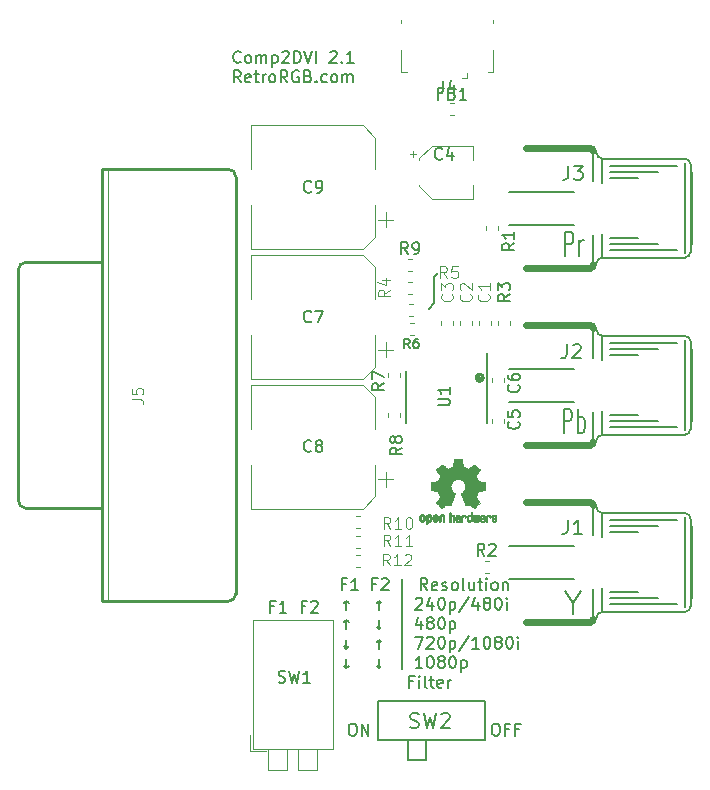
<source format=gto>
G04 #@! TF.GenerationSoftware,KiCad,Pcbnew,(5.1.0)-1*
G04 #@! TF.CreationDate,2019-05-24T23:27:08-04:00*
G04 #@! TF.ProjectId,comp2dvi2,636f6d70-3264-4766-9932-2e6b69636164,rev?*
G04 #@! TF.SameCoordinates,PX528a7e4PY5879c7c*
G04 #@! TF.FileFunction,Legend,Top*
G04 #@! TF.FilePolarity,Positive*
%FSLAX46Y46*%
G04 Gerber Fmt 4.6, Leading zero omitted, Abs format (unit mm)*
G04 Created by KiCad (PCBNEW (5.1.0)-1) date 2019-05-24 23:27:08*
%MOMM*%
%LPD*%
G04 APERTURE LIST*
%ADD10C,0.150000*%
%ADD11C,0.010000*%
%ADD12C,0.120000*%
%ADD13C,0.127000*%
%ADD14C,0.152400*%
%ADD15C,0.609600*%
%ADD16C,0.050800*%
%ADD17C,0.254000*%
%ADD18C,0.077216*%
%ADD19C,0.125000*%
G04 APERTURE END LIST*
D10*
X7302500Y7810500D02*
X6921500Y7302500D01*
X7302500Y9969500D02*
X7302500Y7810500D01*
X7683500Y10350500D02*
X7302500Y9969500D01*
X4635500Y-23177500D02*
X4635500Y-15557500D01*
X-156572Y-15996071D02*
X-489905Y-15996071D01*
X-489905Y-16519880D02*
X-489905Y-15519880D01*
X-13715Y-15519880D01*
X891047Y-16519880D02*
X319619Y-16519880D01*
X605333Y-16519880D02*
X605333Y-15519880D01*
X510095Y-15662738D01*
X414857Y-15757976D01*
X319619Y-15805595D01*
X2414857Y-15996071D02*
X2081523Y-15996071D01*
X2081523Y-16519880D02*
X2081523Y-15519880D01*
X2557714Y-15519880D01*
X2891047Y-15615119D02*
X2938666Y-15567500D01*
X3033904Y-15519880D01*
X3272000Y-15519880D01*
X3367238Y-15567500D01*
X3414857Y-15615119D01*
X3462476Y-15710357D01*
X3462476Y-15805595D01*
X3414857Y-15948452D01*
X2843428Y-16519880D01*
X3462476Y-16519880D01*
X6748190Y-16519880D02*
X6414857Y-16043690D01*
X6176761Y-16519880D02*
X6176761Y-15519880D01*
X6557714Y-15519880D01*
X6652952Y-15567500D01*
X6700571Y-15615119D01*
X6748190Y-15710357D01*
X6748190Y-15853214D01*
X6700571Y-15948452D01*
X6652952Y-15996071D01*
X6557714Y-16043690D01*
X6176761Y-16043690D01*
X7557714Y-16472261D02*
X7462476Y-16519880D01*
X7272000Y-16519880D01*
X7176761Y-16472261D01*
X7129142Y-16377023D01*
X7129142Y-15996071D01*
X7176761Y-15900833D01*
X7272000Y-15853214D01*
X7462476Y-15853214D01*
X7557714Y-15900833D01*
X7605333Y-15996071D01*
X7605333Y-16091309D01*
X7129142Y-16186547D01*
X7986285Y-16472261D02*
X8081523Y-16519880D01*
X8272000Y-16519880D01*
X8367238Y-16472261D01*
X8414857Y-16377023D01*
X8414857Y-16329404D01*
X8367238Y-16234166D01*
X8272000Y-16186547D01*
X8129142Y-16186547D01*
X8033904Y-16138928D01*
X7986285Y-16043690D01*
X7986285Y-15996071D01*
X8033904Y-15900833D01*
X8129142Y-15853214D01*
X8272000Y-15853214D01*
X8367238Y-15900833D01*
X8986285Y-16519880D02*
X8891047Y-16472261D01*
X8843428Y-16424642D01*
X8795809Y-16329404D01*
X8795809Y-16043690D01*
X8843428Y-15948452D01*
X8891047Y-15900833D01*
X8986285Y-15853214D01*
X9129142Y-15853214D01*
X9224380Y-15900833D01*
X9272000Y-15948452D01*
X9319619Y-16043690D01*
X9319619Y-16329404D01*
X9272000Y-16424642D01*
X9224380Y-16472261D01*
X9129142Y-16519880D01*
X8986285Y-16519880D01*
X9891047Y-16519880D02*
X9795809Y-16472261D01*
X9748190Y-16377023D01*
X9748190Y-15519880D01*
X10700571Y-15853214D02*
X10700571Y-16519880D01*
X10272000Y-15853214D02*
X10272000Y-16377023D01*
X10319619Y-16472261D01*
X10414857Y-16519880D01*
X10557714Y-16519880D01*
X10652952Y-16472261D01*
X10700571Y-16424642D01*
X11033904Y-15853214D02*
X11414857Y-15853214D01*
X11176761Y-15519880D02*
X11176761Y-16377023D01*
X11224380Y-16472261D01*
X11319619Y-16519880D01*
X11414857Y-16519880D01*
X11748190Y-16519880D02*
X11748190Y-15853214D01*
X11748190Y-15519880D02*
X11700571Y-15567500D01*
X11748190Y-15615119D01*
X11795809Y-15567500D01*
X11748190Y-15519880D01*
X11748190Y-15615119D01*
X12367238Y-16519880D02*
X12272000Y-16472261D01*
X12224380Y-16424642D01*
X12176761Y-16329404D01*
X12176761Y-16043690D01*
X12224380Y-15948452D01*
X12272000Y-15900833D01*
X12367238Y-15853214D01*
X12510095Y-15853214D01*
X12605333Y-15900833D01*
X12652952Y-15948452D01*
X12700571Y-16043690D01*
X12700571Y-16329404D01*
X12652952Y-16424642D01*
X12605333Y-16472261D01*
X12510095Y-16519880D01*
X12367238Y-16519880D01*
X13129142Y-15853214D02*
X13129142Y-16519880D01*
X13129142Y-15948452D02*
X13176761Y-15900833D01*
X13272000Y-15853214D01*
X13414857Y-15853214D01*
X13510095Y-15900833D01*
X13557714Y-15996071D01*
X13557714Y-16519880D01*
X-108953Y-18169880D02*
X-108953Y-17407976D01*
X-299429Y-17598452D02*
X-108953Y-17407976D01*
X81523Y-17598452D01*
X2652952Y-18169880D02*
X2652952Y-17407976D01*
X2462476Y-17598452D02*
X2652952Y-17407976D01*
X2843428Y-17598452D01*
X5748190Y-17265119D02*
X5795809Y-17217500D01*
X5891047Y-17169880D01*
X6129142Y-17169880D01*
X6224380Y-17217500D01*
X6272000Y-17265119D01*
X6319619Y-17360357D01*
X6319619Y-17455595D01*
X6272000Y-17598452D01*
X5700571Y-18169880D01*
X6319619Y-18169880D01*
X7176761Y-17503214D02*
X7176761Y-18169880D01*
X6938666Y-17122261D02*
X6700571Y-17836547D01*
X7319619Y-17836547D01*
X7891047Y-17169880D02*
X7986285Y-17169880D01*
X8081523Y-17217500D01*
X8129142Y-17265119D01*
X8176761Y-17360357D01*
X8224380Y-17550833D01*
X8224380Y-17788928D01*
X8176761Y-17979404D01*
X8129142Y-18074642D01*
X8081523Y-18122261D01*
X7986285Y-18169880D01*
X7891047Y-18169880D01*
X7795809Y-18122261D01*
X7748190Y-18074642D01*
X7700571Y-17979404D01*
X7652952Y-17788928D01*
X7652952Y-17550833D01*
X7700571Y-17360357D01*
X7748190Y-17265119D01*
X7795809Y-17217500D01*
X7891047Y-17169880D01*
X8652952Y-17503214D02*
X8652952Y-18503214D01*
X8652952Y-17550833D02*
X8748190Y-17503214D01*
X8938666Y-17503214D01*
X9033904Y-17550833D01*
X9081523Y-17598452D01*
X9129142Y-17693690D01*
X9129142Y-17979404D01*
X9081523Y-18074642D01*
X9033904Y-18122261D01*
X8938666Y-18169880D01*
X8748190Y-18169880D01*
X8652952Y-18122261D01*
X10272000Y-17122261D02*
X9414857Y-18407976D01*
X11033904Y-17503214D02*
X11033904Y-18169880D01*
X10795809Y-17122261D02*
X10557714Y-17836547D01*
X11176761Y-17836547D01*
X11700571Y-17598452D02*
X11605333Y-17550833D01*
X11557714Y-17503214D01*
X11510095Y-17407976D01*
X11510095Y-17360357D01*
X11557714Y-17265119D01*
X11605333Y-17217500D01*
X11700571Y-17169880D01*
X11891047Y-17169880D01*
X11986285Y-17217500D01*
X12033904Y-17265119D01*
X12081523Y-17360357D01*
X12081523Y-17407976D01*
X12033904Y-17503214D01*
X11986285Y-17550833D01*
X11891047Y-17598452D01*
X11700571Y-17598452D01*
X11605333Y-17646071D01*
X11557714Y-17693690D01*
X11510095Y-17788928D01*
X11510095Y-17979404D01*
X11557714Y-18074642D01*
X11605333Y-18122261D01*
X11700571Y-18169880D01*
X11891047Y-18169880D01*
X11986285Y-18122261D01*
X12033904Y-18074642D01*
X12081523Y-17979404D01*
X12081523Y-17788928D01*
X12033904Y-17693690D01*
X11986285Y-17646071D01*
X11891047Y-17598452D01*
X12700571Y-17169880D02*
X12795809Y-17169880D01*
X12891047Y-17217500D01*
X12938666Y-17265119D01*
X12986285Y-17360357D01*
X13033904Y-17550833D01*
X13033904Y-17788928D01*
X12986285Y-17979404D01*
X12938666Y-18074642D01*
X12891047Y-18122261D01*
X12795809Y-18169880D01*
X12700571Y-18169880D01*
X12605333Y-18122261D01*
X12557714Y-18074642D01*
X12510095Y-17979404D01*
X12462476Y-17788928D01*
X12462476Y-17550833D01*
X12510095Y-17360357D01*
X12557714Y-17265119D01*
X12605333Y-17217500D01*
X12700571Y-17169880D01*
X13462476Y-18169880D02*
X13462476Y-17503214D01*
X13462476Y-17169880D02*
X13414857Y-17217500D01*
X13462476Y-17265119D01*
X13510095Y-17217500D01*
X13462476Y-17169880D01*
X13462476Y-17265119D01*
X-108953Y-19819880D02*
X-108953Y-19057976D01*
X-299429Y-19248452D02*
X-108953Y-19057976D01*
X81523Y-19248452D01*
X2652952Y-19057976D02*
X2652952Y-19819880D01*
X2843428Y-19629404D02*
X2652952Y-19819880D01*
X2462476Y-19629404D01*
X6224380Y-19153214D02*
X6224380Y-19819880D01*
X5986285Y-18772261D02*
X5748190Y-19486547D01*
X6367238Y-19486547D01*
X6891047Y-19248452D02*
X6795809Y-19200833D01*
X6748190Y-19153214D01*
X6700571Y-19057976D01*
X6700571Y-19010357D01*
X6748190Y-18915119D01*
X6795809Y-18867500D01*
X6891047Y-18819880D01*
X7081523Y-18819880D01*
X7176761Y-18867500D01*
X7224380Y-18915119D01*
X7272000Y-19010357D01*
X7272000Y-19057976D01*
X7224380Y-19153214D01*
X7176761Y-19200833D01*
X7081523Y-19248452D01*
X6891047Y-19248452D01*
X6795809Y-19296071D01*
X6748190Y-19343690D01*
X6700571Y-19438928D01*
X6700571Y-19629404D01*
X6748190Y-19724642D01*
X6795809Y-19772261D01*
X6891047Y-19819880D01*
X7081523Y-19819880D01*
X7176761Y-19772261D01*
X7224380Y-19724642D01*
X7272000Y-19629404D01*
X7272000Y-19438928D01*
X7224380Y-19343690D01*
X7176761Y-19296071D01*
X7081523Y-19248452D01*
X7891047Y-18819880D02*
X7986285Y-18819880D01*
X8081523Y-18867500D01*
X8129142Y-18915119D01*
X8176761Y-19010357D01*
X8224380Y-19200833D01*
X8224380Y-19438928D01*
X8176761Y-19629404D01*
X8129142Y-19724642D01*
X8081523Y-19772261D01*
X7986285Y-19819880D01*
X7891047Y-19819880D01*
X7795809Y-19772261D01*
X7748190Y-19724642D01*
X7700571Y-19629404D01*
X7652952Y-19438928D01*
X7652952Y-19200833D01*
X7700571Y-19010357D01*
X7748190Y-18915119D01*
X7795809Y-18867500D01*
X7891047Y-18819880D01*
X8652952Y-19153214D02*
X8652952Y-20153214D01*
X8652952Y-19200833D02*
X8748190Y-19153214D01*
X8938666Y-19153214D01*
X9033904Y-19200833D01*
X9081523Y-19248452D01*
X9129142Y-19343690D01*
X9129142Y-19629404D01*
X9081523Y-19724642D01*
X9033904Y-19772261D01*
X8938666Y-19819880D01*
X8748190Y-19819880D01*
X8652952Y-19772261D01*
X-108953Y-20707976D02*
X-108953Y-21469880D01*
X81523Y-21279404D02*
X-108953Y-21469880D01*
X-299429Y-21279404D01*
X2652952Y-21469880D02*
X2652952Y-20707976D01*
X2462476Y-20898452D02*
X2652952Y-20707976D01*
X2843428Y-20898452D01*
X5700571Y-20469880D02*
X6367238Y-20469880D01*
X5938666Y-21469880D01*
X6700571Y-20565119D02*
X6748190Y-20517500D01*
X6843428Y-20469880D01*
X7081523Y-20469880D01*
X7176761Y-20517500D01*
X7224380Y-20565119D01*
X7272000Y-20660357D01*
X7272000Y-20755595D01*
X7224380Y-20898452D01*
X6652952Y-21469880D01*
X7272000Y-21469880D01*
X7891047Y-20469880D02*
X7986285Y-20469880D01*
X8081523Y-20517500D01*
X8129142Y-20565119D01*
X8176761Y-20660357D01*
X8224380Y-20850833D01*
X8224380Y-21088928D01*
X8176761Y-21279404D01*
X8129142Y-21374642D01*
X8081523Y-21422261D01*
X7986285Y-21469880D01*
X7891047Y-21469880D01*
X7795809Y-21422261D01*
X7748190Y-21374642D01*
X7700571Y-21279404D01*
X7652952Y-21088928D01*
X7652952Y-20850833D01*
X7700571Y-20660357D01*
X7748190Y-20565119D01*
X7795809Y-20517500D01*
X7891047Y-20469880D01*
X8652952Y-20803214D02*
X8652952Y-21803214D01*
X8652952Y-20850833D02*
X8748190Y-20803214D01*
X8938666Y-20803214D01*
X9033904Y-20850833D01*
X9081523Y-20898452D01*
X9129142Y-20993690D01*
X9129142Y-21279404D01*
X9081523Y-21374642D01*
X9033904Y-21422261D01*
X8938666Y-21469880D01*
X8748190Y-21469880D01*
X8652952Y-21422261D01*
X10272000Y-20422261D02*
X9414857Y-21707976D01*
X11129142Y-21469880D02*
X10557714Y-21469880D01*
X10843428Y-21469880D02*
X10843428Y-20469880D01*
X10748190Y-20612738D01*
X10652952Y-20707976D01*
X10557714Y-20755595D01*
X11748190Y-20469880D02*
X11843428Y-20469880D01*
X11938666Y-20517500D01*
X11986285Y-20565119D01*
X12033904Y-20660357D01*
X12081523Y-20850833D01*
X12081523Y-21088928D01*
X12033904Y-21279404D01*
X11986285Y-21374642D01*
X11938666Y-21422261D01*
X11843428Y-21469880D01*
X11748190Y-21469880D01*
X11652952Y-21422261D01*
X11605333Y-21374642D01*
X11557714Y-21279404D01*
X11510095Y-21088928D01*
X11510095Y-20850833D01*
X11557714Y-20660357D01*
X11605333Y-20565119D01*
X11652952Y-20517500D01*
X11748190Y-20469880D01*
X12652952Y-20898452D02*
X12557714Y-20850833D01*
X12510095Y-20803214D01*
X12462476Y-20707976D01*
X12462476Y-20660357D01*
X12510095Y-20565119D01*
X12557714Y-20517500D01*
X12652952Y-20469880D01*
X12843428Y-20469880D01*
X12938666Y-20517500D01*
X12986285Y-20565119D01*
X13033904Y-20660357D01*
X13033904Y-20707976D01*
X12986285Y-20803214D01*
X12938666Y-20850833D01*
X12843428Y-20898452D01*
X12652952Y-20898452D01*
X12557714Y-20946071D01*
X12510095Y-20993690D01*
X12462476Y-21088928D01*
X12462476Y-21279404D01*
X12510095Y-21374642D01*
X12557714Y-21422261D01*
X12652952Y-21469880D01*
X12843428Y-21469880D01*
X12938666Y-21422261D01*
X12986285Y-21374642D01*
X13033904Y-21279404D01*
X13033904Y-21088928D01*
X12986285Y-20993690D01*
X12938666Y-20946071D01*
X12843428Y-20898452D01*
X13652952Y-20469880D02*
X13748190Y-20469880D01*
X13843428Y-20517500D01*
X13891047Y-20565119D01*
X13938666Y-20660357D01*
X13986285Y-20850833D01*
X13986285Y-21088928D01*
X13938666Y-21279404D01*
X13891047Y-21374642D01*
X13843428Y-21422261D01*
X13748190Y-21469880D01*
X13652952Y-21469880D01*
X13557714Y-21422261D01*
X13510095Y-21374642D01*
X13462476Y-21279404D01*
X13414857Y-21088928D01*
X13414857Y-20850833D01*
X13462476Y-20660357D01*
X13510095Y-20565119D01*
X13557714Y-20517500D01*
X13652952Y-20469880D01*
X14414857Y-21469880D02*
X14414857Y-20803214D01*
X14414857Y-20469880D02*
X14367238Y-20517500D01*
X14414857Y-20565119D01*
X14462476Y-20517500D01*
X14414857Y-20469880D01*
X14414857Y-20565119D01*
X-108953Y-22357976D02*
X-108953Y-23119880D01*
X81523Y-22929404D02*
X-108953Y-23119880D01*
X-299429Y-22929404D01*
X2652952Y-22357976D02*
X2652952Y-23119880D01*
X2843428Y-22929404D02*
X2652952Y-23119880D01*
X2462476Y-22929404D01*
X6319619Y-23119880D02*
X5748190Y-23119880D01*
X6033904Y-23119880D02*
X6033904Y-22119880D01*
X5938666Y-22262738D01*
X5843428Y-22357976D01*
X5748190Y-22405595D01*
X6938666Y-22119880D02*
X7033904Y-22119880D01*
X7129142Y-22167500D01*
X7176761Y-22215119D01*
X7224380Y-22310357D01*
X7272000Y-22500833D01*
X7272000Y-22738928D01*
X7224380Y-22929404D01*
X7176761Y-23024642D01*
X7129142Y-23072261D01*
X7033904Y-23119880D01*
X6938666Y-23119880D01*
X6843428Y-23072261D01*
X6795809Y-23024642D01*
X6748190Y-22929404D01*
X6700571Y-22738928D01*
X6700571Y-22500833D01*
X6748190Y-22310357D01*
X6795809Y-22215119D01*
X6843428Y-22167500D01*
X6938666Y-22119880D01*
X7843428Y-22548452D02*
X7748190Y-22500833D01*
X7700571Y-22453214D01*
X7652952Y-22357976D01*
X7652952Y-22310357D01*
X7700571Y-22215119D01*
X7748190Y-22167500D01*
X7843428Y-22119880D01*
X8033904Y-22119880D01*
X8129142Y-22167500D01*
X8176761Y-22215119D01*
X8224380Y-22310357D01*
X8224380Y-22357976D01*
X8176761Y-22453214D01*
X8129142Y-22500833D01*
X8033904Y-22548452D01*
X7843428Y-22548452D01*
X7748190Y-22596071D01*
X7700571Y-22643690D01*
X7652952Y-22738928D01*
X7652952Y-22929404D01*
X7700571Y-23024642D01*
X7748190Y-23072261D01*
X7843428Y-23119880D01*
X8033904Y-23119880D01*
X8129142Y-23072261D01*
X8176761Y-23024642D01*
X8224380Y-22929404D01*
X8224380Y-22738928D01*
X8176761Y-22643690D01*
X8129142Y-22596071D01*
X8033904Y-22548452D01*
X8843428Y-22119880D02*
X8938666Y-22119880D01*
X9033904Y-22167500D01*
X9081523Y-22215119D01*
X9129142Y-22310357D01*
X9176761Y-22500833D01*
X9176761Y-22738928D01*
X9129142Y-22929404D01*
X9081523Y-23024642D01*
X9033904Y-23072261D01*
X8938666Y-23119880D01*
X8843428Y-23119880D01*
X8748190Y-23072261D01*
X8700571Y-23024642D01*
X8652952Y-22929404D01*
X8605333Y-22738928D01*
X8605333Y-22500833D01*
X8652952Y-22310357D01*
X8700571Y-22215119D01*
X8748190Y-22167500D01*
X8843428Y-22119880D01*
X9605333Y-22453214D02*
X9605333Y-23453214D01*
X9605333Y-22500833D02*
X9700571Y-22453214D01*
X9891047Y-22453214D01*
X9986285Y-22500833D01*
X10033904Y-22548452D01*
X10081523Y-22643690D01*
X10081523Y-22929404D01*
X10033904Y-23024642D01*
X9986285Y-23072261D01*
X9891047Y-23119880D01*
X9700571Y-23119880D01*
X9605333Y-23072261D01*
X-3571834Y-17899071D02*
X-3905167Y-17899071D01*
X-3905167Y-18422880D02*
X-3905167Y-17422880D01*
X-3428977Y-17422880D01*
X-3095643Y-17518119D02*
X-3048024Y-17470500D01*
X-2952786Y-17422880D01*
X-2714691Y-17422880D01*
X-2619453Y-17470500D01*
X-2571834Y-17518119D01*
X-2524215Y-17613357D01*
X-2524215Y-17708595D01*
X-2571834Y-17851452D01*
X-3143262Y-18422880D01*
X-2524215Y-18422880D01*
X-6238834Y-17899071D02*
X-6572167Y-17899071D01*
X-6572167Y-18422880D02*
X-6572167Y-17422880D01*
X-6095977Y-17422880D01*
X-5191215Y-18422880D02*
X-5762643Y-18422880D01*
X-5476929Y-18422880D02*
X-5476929Y-17422880D01*
X-5572167Y-17565738D01*
X-5667405Y-17660976D01*
X-5762643Y-17708595D01*
X12446119Y-27836880D02*
X12636595Y-27836880D01*
X12731833Y-27884500D01*
X12827071Y-27979738D01*
X12874690Y-28170214D01*
X12874690Y-28503547D01*
X12827071Y-28694023D01*
X12731833Y-28789261D01*
X12636595Y-28836880D01*
X12446119Y-28836880D01*
X12350880Y-28789261D01*
X12255642Y-28694023D01*
X12208023Y-28503547D01*
X12208023Y-28170214D01*
X12255642Y-27979738D01*
X12350880Y-27884500D01*
X12446119Y-27836880D01*
X13636595Y-28313071D02*
X13303261Y-28313071D01*
X13303261Y-28836880D02*
X13303261Y-27836880D01*
X13779452Y-27836880D01*
X14493738Y-28313071D02*
X14160404Y-28313071D01*
X14160404Y-28836880D02*
X14160404Y-27836880D01*
X14636595Y-27836880D01*
X333452Y-27836880D02*
X523928Y-27836880D01*
X619166Y-27884500D01*
X714404Y-27979738D01*
X762023Y-28170214D01*
X762023Y-28503547D01*
X714404Y-28694023D01*
X619166Y-28789261D01*
X523928Y-28836880D01*
X333452Y-28836880D01*
X238214Y-28789261D01*
X142976Y-28694023D01*
X95357Y-28503547D01*
X95357Y-28170214D01*
X142976Y-27979738D01*
X238214Y-27884500D01*
X333452Y-27836880D01*
X1190595Y-28836880D02*
X1190595Y-27836880D01*
X1762023Y-28836880D01*
X1762023Y-27836880D01*
X5540547Y-24249071D02*
X5207214Y-24249071D01*
X5207214Y-24772880D02*
X5207214Y-23772880D01*
X5683404Y-23772880D01*
X6064357Y-24772880D02*
X6064357Y-24106214D01*
X6064357Y-23772880D02*
X6016738Y-23820500D01*
X6064357Y-23868119D01*
X6111976Y-23820500D01*
X6064357Y-23772880D01*
X6064357Y-23868119D01*
X6683404Y-24772880D02*
X6588166Y-24725261D01*
X6540547Y-24630023D01*
X6540547Y-23772880D01*
X6921500Y-24106214D02*
X7302452Y-24106214D01*
X7064357Y-23772880D02*
X7064357Y-24630023D01*
X7111976Y-24725261D01*
X7207214Y-24772880D01*
X7302452Y-24772880D01*
X8016738Y-24725261D02*
X7921500Y-24772880D01*
X7731023Y-24772880D01*
X7635785Y-24725261D01*
X7588166Y-24630023D01*
X7588166Y-24249071D01*
X7635785Y-24153833D01*
X7731023Y-24106214D01*
X7921500Y-24106214D01*
X8016738Y-24153833D01*
X8064357Y-24249071D01*
X8064357Y-24344309D01*
X7588166Y-24439547D01*
X8492928Y-24772880D02*
X8492928Y-24106214D01*
X8492928Y-24296690D02*
X8540547Y-24201452D01*
X8588166Y-24153833D01*
X8683404Y-24106214D01*
X8778642Y-24106214D01*
X18427785Y11795239D02*
X18427785Y13795239D01*
X18884928Y13795239D01*
X18999214Y13700000D01*
X19056357Y13604762D01*
X19113500Y13414286D01*
X19113500Y13128572D01*
X19056357Y12938096D01*
X18999214Y12842858D01*
X18884928Y12747620D01*
X18427785Y12747620D01*
X19627785Y11795239D02*
X19627785Y13128572D01*
X19627785Y12747620D02*
X19684928Y12938096D01*
X19742071Y13033334D01*
X19856357Y13128572D01*
X19970642Y13128572D01*
X18319857Y-3190761D02*
X18319857Y-1190761D01*
X18777000Y-1190761D01*
X18891285Y-1286000D01*
X18948428Y-1381238D01*
X19005571Y-1571714D01*
X19005571Y-1857428D01*
X18948428Y-2047904D01*
X18891285Y-2143142D01*
X18777000Y-2238380D01*
X18319857Y-2238380D01*
X19519857Y-3190761D02*
X19519857Y-1190761D01*
X19519857Y-1952666D02*
X19634142Y-1857428D01*
X19862714Y-1857428D01*
X19977000Y-1952666D01*
X20034142Y-2047904D01*
X20091285Y-2238380D01*
X20091285Y-2809809D01*
X20034142Y-3000285D01*
X19977000Y-3095523D01*
X19862714Y-3190761D01*
X19634142Y-3190761D01*
X19519857Y-3095523D01*
X19050000Y-17605380D02*
X19050000Y-18557761D01*
X18383333Y-16557761D02*
X19050000Y-17605380D01*
X19716666Y-16557761D01*
X-9062477Y28217358D02*
X-9110096Y28169739D01*
X-9252953Y28122120D01*
X-9348191Y28122120D01*
X-9491048Y28169739D01*
X-9586286Y28264977D01*
X-9633905Y28360215D01*
X-9681524Y28550691D01*
X-9681524Y28693548D01*
X-9633905Y28884024D01*
X-9586286Y28979262D01*
X-9491048Y29074500D01*
X-9348191Y29122120D01*
X-9252953Y29122120D01*
X-9110096Y29074500D01*
X-9062477Y29026881D01*
X-8491048Y28122120D02*
X-8586286Y28169739D01*
X-8633905Y28217358D01*
X-8681524Y28312596D01*
X-8681524Y28598310D01*
X-8633905Y28693548D01*
X-8586286Y28741167D01*
X-8491048Y28788786D01*
X-8348191Y28788786D01*
X-8252953Y28741167D01*
X-8205334Y28693548D01*
X-8157715Y28598310D01*
X-8157715Y28312596D01*
X-8205334Y28217358D01*
X-8252953Y28169739D01*
X-8348191Y28122120D01*
X-8491048Y28122120D01*
X-7729143Y28122120D02*
X-7729143Y28788786D01*
X-7729143Y28693548D02*
X-7681524Y28741167D01*
X-7586286Y28788786D01*
X-7443429Y28788786D01*
X-7348191Y28741167D01*
X-7300572Y28645929D01*
X-7300572Y28122120D01*
X-7300572Y28645929D02*
X-7252953Y28741167D01*
X-7157715Y28788786D01*
X-7014858Y28788786D01*
X-6919620Y28741167D01*
X-6872000Y28645929D01*
X-6872000Y28122120D01*
X-6395810Y28788786D02*
X-6395810Y27788786D01*
X-6395810Y28741167D02*
X-6300572Y28788786D01*
X-6110096Y28788786D01*
X-6014858Y28741167D01*
X-5967239Y28693548D01*
X-5919620Y28598310D01*
X-5919620Y28312596D01*
X-5967239Y28217358D01*
X-6014858Y28169739D01*
X-6110096Y28122120D01*
X-6300572Y28122120D01*
X-6395810Y28169739D01*
X-5538667Y29026881D02*
X-5491048Y29074500D01*
X-5395810Y29122120D01*
X-5157715Y29122120D01*
X-5062477Y29074500D01*
X-5014858Y29026881D01*
X-4967239Y28931643D01*
X-4967239Y28836405D01*
X-5014858Y28693548D01*
X-5586286Y28122120D01*
X-4967239Y28122120D01*
X-4538667Y28122120D02*
X-4538667Y29122120D01*
X-4300572Y29122120D01*
X-4157715Y29074500D01*
X-4062477Y28979262D01*
X-4014858Y28884024D01*
X-3967239Y28693548D01*
X-3967239Y28550691D01*
X-4014858Y28360215D01*
X-4062477Y28264977D01*
X-4157715Y28169739D01*
X-4300572Y28122120D01*
X-4538667Y28122120D01*
X-3681524Y29122120D02*
X-3348191Y28122120D01*
X-3014858Y29122120D01*
X-2681524Y28122120D02*
X-2681524Y29122120D01*
X-1491048Y29026881D02*
X-1443429Y29074500D01*
X-1348191Y29122120D01*
X-1110096Y29122120D01*
X-1014858Y29074500D01*
X-967239Y29026881D01*
X-919620Y28931643D01*
X-919620Y28836405D01*
X-967239Y28693548D01*
X-1538667Y28122120D01*
X-919620Y28122120D01*
X-491048Y28217358D02*
X-443429Y28169739D01*
X-491048Y28122120D01*
X-538667Y28169739D01*
X-491048Y28217358D01*
X-491048Y28122120D01*
X508952Y28122120D02*
X-62477Y28122120D01*
X223238Y28122120D02*
X223238Y29122120D01*
X128000Y28979262D01*
X32761Y28884024D01*
X-62477Y28836405D01*
X-9062477Y26472120D02*
X-9395810Y26948310D01*
X-9633905Y26472120D02*
X-9633905Y27472120D01*
X-9252953Y27472120D01*
X-9157715Y27424500D01*
X-9110096Y27376881D01*
X-9062477Y27281643D01*
X-9062477Y27138786D01*
X-9110096Y27043548D01*
X-9157715Y26995929D01*
X-9252953Y26948310D01*
X-9633905Y26948310D01*
X-8252953Y26519739D02*
X-8348191Y26472120D01*
X-8538667Y26472120D01*
X-8633905Y26519739D01*
X-8681524Y26614977D01*
X-8681524Y26995929D01*
X-8633905Y27091167D01*
X-8538667Y27138786D01*
X-8348191Y27138786D01*
X-8252953Y27091167D01*
X-8205334Y26995929D01*
X-8205334Y26900691D01*
X-8681524Y26805453D01*
X-7919620Y27138786D02*
X-7538667Y27138786D01*
X-7776762Y27472120D02*
X-7776762Y26614977D01*
X-7729143Y26519739D01*
X-7633905Y26472120D01*
X-7538667Y26472120D01*
X-7205334Y26472120D02*
X-7205334Y27138786D01*
X-7205334Y26948310D02*
X-7157715Y27043548D01*
X-7110096Y27091167D01*
X-7014858Y27138786D01*
X-6919620Y27138786D01*
X-6443429Y26472120D02*
X-6538667Y26519739D01*
X-6586286Y26567358D01*
X-6633905Y26662596D01*
X-6633905Y26948310D01*
X-6586286Y27043548D01*
X-6538667Y27091167D01*
X-6443429Y27138786D01*
X-6300572Y27138786D01*
X-6205334Y27091167D01*
X-6157715Y27043548D01*
X-6110096Y26948310D01*
X-6110096Y26662596D01*
X-6157715Y26567358D01*
X-6205334Y26519739D01*
X-6300572Y26472120D01*
X-6443429Y26472120D01*
X-5110096Y26472120D02*
X-5443429Y26948310D01*
X-5681524Y26472120D02*
X-5681524Y27472120D01*
X-5300572Y27472120D01*
X-5205334Y27424500D01*
X-5157715Y27376881D01*
X-5110096Y27281643D01*
X-5110096Y27138786D01*
X-5157715Y27043548D01*
X-5205334Y26995929D01*
X-5300572Y26948310D01*
X-5681524Y26948310D01*
X-4157715Y27424500D02*
X-4252953Y27472120D01*
X-4395810Y27472120D01*
X-4538667Y27424500D01*
X-4633905Y27329262D01*
X-4681524Y27234024D01*
X-4729143Y27043548D01*
X-4729143Y26900691D01*
X-4681524Y26710215D01*
X-4633905Y26614977D01*
X-4538667Y26519739D01*
X-4395810Y26472120D01*
X-4300572Y26472120D01*
X-4157715Y26519739D01*
X-4110096Y26567358D01*
X-4110096Y26900691D01*
X-4300572Y26900691D01*
X-3348191Y26995929D02*
X-3205334Y26948310D01*
X-3157715Y26900691D01*
X-3110096Y26805453D01*
X-3110096Y26662596D01*
X-3157715Y26567358D01*
X-3205334Y26519739D01*
X-3300572Y26472120D01*
X-3681524Y26472120D01*
X-3681524Y27472120D01*
X-3348191Y27472120D01*
X-3252953Y27424500D01*
X-3205334Y27376881D01*
X-3157715Y27281643D01*
X-3157715Y27186405D01*
X-3205334Y27091167D01*
X-3252953Y27043548D01*
X-3348191Y26995929D01*
X-3681524Y26995929D01*
X-2681524Y26567358D02*
X-2633905Y26519739D01*
X-2681524Y26472120D01*
X-2729143Y26519739D01*
X-2681524Y26567358D01*
X-2681524Y26472120D01*
X-1776762Y26519739D02*
X-1872000Y26472120D01*
X-2062477Y26472120D01*
X-2157715Y26519739D01*
X-2205334Y26567358D01*
X-2252953Y26662596D01*
X-2252953Y26948310D01*
X-2205334Y27043548D01*
X-2157715Y27091167D01*
X-2062477Y27138786D01*
X-1872000Y27138786D01*
X-1776762Y27091167D01*
X-1205334Y26472120D02*
X-1300572Y26519739D01*
X-1348191Y26567358D01*
X-1395810Y26662596D01*
X-1395810Y26948310D01*
X-1348191Y27043548D01*
X-1300572Y27091167D01*
X-1205334Y27138786D01*
X-1062477Y27138786D01*
X-967239Y27091167D01*
X-919620Y27043548D01*
X-872000Y26948310D01*
X-872000Y26662596D01*
X-919620Y26567358D01*
X-967239Y26519739D01*
X-1062477Y26472120D01*
X-1205334Y26472120D01*
X-443429Y26472120D02*
X-443429Y27138786D01*
X-443429Y27043548D02*
X-395810Y27091167D01*
X-300572Y27138786D01*
X-157715Y27138786D01*
X-62477Y27091167D01*
X-14858Y26995929D01*
X-14858Y26472120D01*
X-14858Y26995929D02*
X32761Y27091167D01*
X128000Y27138786D01*
X270857Y27138786D01*
X366095Y27091167D01*
X413714Y26995929D01*
X413714Y26472120D01*
D11*
G36*
X9438410Y-5433848D02*
G01*
X9516954Y-5434278D01*
X9573798Y-5435442D01*
X9612605Y-5437707D01*
X9637038Y-5441440D01*
X9650762Y-5447006D01*
X9657440Y-5454773D01*
X9660736Y-5465105D01*
X9661056Y-5466443D01*
X9666062Y-5490579D01*
X9675329Y-5538201D01*
X9687892Y-5604241D01*
X9702787Y-5683628D01*
X9719051Y-5771296D01*
X9719619Y-5774375D01*
X9735910Y-5860289D01*
X9751152Y-5936196D01*
X9764361Y-5997545D01*
X9774554Y-6039782D01*
X9780748Y-6058355D01*
X9781043Y-6058684D01*
X9799288Y-6067753D01*
X9836905Y-6082867D01*
X9885771Y-6100762D01*
X9886043Y-6100858D01*
X9947593Y-6123993D01*
X10020157Y-6153465D01*
X10088557Y-6183097D01*
X10091794Y-6184562D01*
X10203202Y-6235126D01*
X10449899Y-6066660D01*
X10525577Y-6015303D01*
X10594131Y-5969389D01*
X10651588Y-5931530D01*
X10693976Y-5904337D01*
X10717325Y-5890421D01*
X10719542Y-5889389D01*
X10736510Y-5893984D01*
X10768201Y-5916155D01*
X10815852Y-5956947D01*
X10880698Y-6017405D01*
X10946897Y-6081727D01*
X11010714Y-6145112D01*
X11067829Y-6202951D01*
X11114805Y-6251675D01*
X11148203Y-6287710D01*
X11164585Y-6307484D01*
X11165194Y-6308502D01*
X11167005Y-6322072D01*
X11160183Y-6344233D01*
X11143040Y-6377978D01*
X11113893Y-6426300D01*
X11071055Y-6492192D01*
X11013948Y-6577017D01*
X10963266Y-6651677D01*
X10917961Y-6718640D01*
X10880650Y-6774016D01*
X10853952Y-6813920D01*
X10840485Y-6834462D01*
X10839637Y-6835856D01*
X10841281Y-6855538D01*
X10853745Y-6893793D01*
X10874548Y-6943389D01*
X10881962Y-6959228D01*
X10914314Y-7029790D01*
X10948828Y-7109853D01*
X10976865Y-7179129D01*
X10997068Y-7230545D01*
X11013115Y-7269619D01*
X11022388Y-7290041D01*
X11023541Y-7291614D01*
X11040596Y-7294221D01*
X11080798Y-7301363D01*
X11138802Y-7312023D01*
X11209263Y-7325185D01*
X11286835Y-7339833D01*
X11366172Y-7354949D01*
X11441931Y-7369518D01*
X11508764Y-7382522D01*
X11561328Y-7392945D01*
X11594276Y-7399770D01*
X11602357Y-7401699D01*
X11610705Y-7406462D01*
X11617006Y-7417218D01*
X11621545Y-7437598D01*
X11624604Y-7471234D01*
X11626467Y-7521755D01*
X11627418Y-7592792D01*
X11627740Y-7687976D01*
X11627757Y-7726992D01*
X11627757Y-8044299D01*
X11551557Y-8059339D01*
X11509163Y-8067495D01*
X11445900Y-8079399D01*
X11369462Y-8093616D01*
X11287543Y-8108710D01*
X11264900Y-8112855D01*
X11189306Y-8127553D01*
X11123453Y-8142005D01*
X11072866Y-8154875D01*
X11043074Y-8164822D01*
X11038112Y-8167787D01*
X11025926Y-8188783D01*
X11008453Y-8229467D01*
X10989077Y-8281822D01*
X10985234Y-8293100D01*
X10959839Y-8363023D01*
X10928317Y-8441918D01*
X10897469Y-8512766D01*
X10897317Y-8513095D01*
X10845947Y-8624233D01*
X11014899Y-8872753D01*
X11183852Y-9121272D01*
X10966929Y-9338558D01*
X10901319Y-9403226D01*
X10841479Y-9460233D01*
X10790767Y-9506533D01*
X10752546Y-9539084D01*
X10730175Y-9554843D01*
X10726966Y-9555843D01*
X10708126Y-9547969D01*
X10669680Y-9526078D01*
X10615830Y-9492767D01*
X10550776Y-9450631D01*
X10480440Y-9403443D01*
X10409055Y-9355310D01*
X10345408Y-9313428D01*
X10293541Y-9280371D01*
X10257495Y-9258718D01*
X10241367Y-9251043D01*
X10221689Y-9257537D01*
X10184375Y-9274650D01*
X10137121Y-9298826D01*
X10132112Y-9301513D01*
X10068477Y-9333427D01*
X10024841Y-9349079D01*
X9997702Y-9349245D01*
X9983557Y-9334704D01*
X9983475Y-9334500D01*
X9976405Y-9317279D01*
X9959542Y-9276399D01*
X9934195Y-9215025D01*
X9901671Y-9136319D01*
X9863278Y-9043447D01*
X9820322Y-8939572D01*
X9778722Y-8839002D01*
X9733004Y-8728016D01*
X9691026Y-8625203D01*
X9654048Y-8533715D01*
X9623327Y-8456701D01*
X9600122Y-8397315D01*
X9585690Y-8358709D01*
X9581243Y-8344300D01*
X9592396Y-8327772D01*
X9621569Y-8301430D01*
X9660471Y-8272387D01*
X9771257Y-8180539D01*
X9857851Y-8075259D01*
X9919216Y-7958766D01*
X9954315Y-7833276D01*
X9962108Y-7701007D01*
X9956443Y-7639957D01*
X9925578Y-7513295D01*
X9872420Y-7401441D01*
X9800267Y-7305501D01*
X9712417Y-7226576D01*
X9612165Y-7165770D01*
X9502810Y-7124187D01*
X9387647Y-7102928D01*
X9269975Y-7103099D01*
X9153090Y-7125801D01*
X9040289Y-7172138D01*
X8934869Y-7243213D01*
X8890868Y-7283411D01*
X8806479Y-7386629D01*
X8747722Y-7499425D01*
X8714204Y-7618510D01*
X8705535Y-7740595D01*
X8721323Y-7862393D01*
X8761178Y-7980616D01*
X8824707Y-8091975D01*
X8911521Y-8193184D01*
X9008529Y-8272387D01*
X9048937Y-8302662D01*
X9077482Y-8328719D01*
X9087757Y-8344325D01*
X9082377Y-8361343D01*
X9067075Y-8402000D01*
X9043112Y-8463142D01*
X9011744Y-8541619D01*
X8974232Y-8634280D01*
X8931833Y-8737972D01*
X8890163Y-8839026D01*
X8844190Y-8950107D01*
X8801607Y-9053041D01*
X8763721Y-9144665D01*
X8731840Y-9221816D01*
X8707271Y-9281331D01*
X8691320Y-9320044D01*
X8685410Y-9334500D01*
X8671448Y-9349185D01*
X8644440Y-9349142D01*
X8600913Y-9333599D01*
X8537390Y-9301784D01*
X8536888Y-9301513D01*
X8489060Y-9276823D01*
X8450397Y-9258838D01*
X8428595Y-9251114D01*
X8427633Y-9251043D01*
X8411221Y-9258878D01*
X8374987Y-9280665D01*
X8322974Y-9313828D01*
X8259225Y-9355791D01*
X8188560Y-9403443D01*
X8116616Y-9451691D01*
X8051774Y-9493651D01*
X7998235Y-9526727D01*
X7960197Y-9548321D01*
X7942033Y-9555843D01*
X7925308Y-9545957D01*
X7891680Y-9518326D01*
X7844510Y-9475995D01*
X7787158Y-9422005D01*
X7722984Y-9359399D01*
X7701997Y-9338483D01*
X7484999Y-9121123D01*
X7650168Y-8878720D01*
X7700364Y-8804281D01*
X7744419Y-8737472D01*
X7779862Y-8682165D01*
X7804219Y-8642229D01*
X7815022Y-8621536D01*
X7815338Y-8620063D01*
X7809643Y-8600558D01*
X7794326Y-8561322D01*
X7772037Y-8508930D01*
X7756393Y-8473855D01*
X7727141Y-8406701D01*
X7699594Y-8338858D01*
X7678237Y-8281534D01*
X7672435Y-8264072D01*
X7655952Y-8217438D01*
X7639840Y-8181405D01*
X7630990Y-8167787D01*
X7611460Y-8159452D01*
X7568834Y-8147637D01*
X7508645Y-8133681D01*
X7436422Y-8118922D01*
X7404100Y-8112855D01*
X7322022Y-8097773D01*
X7243295Y-8083169D01*
X7175609Y-8070480D01*
X7126660Y-8061142D01*
X7117443Y-8059339D01*
X7041243Y-8044299D01*
X7041243Y-7726992D01*
X7041414Y-7622654D01*
X7042116Y-7543713D01*
X7043634Y-7486538D01*
X7046249Y-7447499D01*
X7050246Y-7422965D01*
X7055909Y-7409305D01*
X7063520Y-7402889D01*
X7066643Y-7401699D01*
X7085478Y-7397480D01*
X7127088Y-7389062D01*
X7186130Y-7377461D01*
X7257257Y-7363695D01*
X7335125Y-7348780D01*
X7414387Y-7333732D01*
X7489698Y-7319569D01*
X7555713Y-7307306D01*
X7607087Y-7297961D01*
X7638475Y-7292550D01*
X7645459Y-7291614D01*
X7651785Y-7279096D01*
X7665790Y-7245746D01*
X7684855Y-7197877D01*
X7692134Y-7179129D01*
X7721496Y-7106695D01*
X7756071Y-7026670D01*
X7787037Y-6959228D01*
X7809823Y-6907659D01*
X7824982Y-6865285D01*
X7830042Y-6839334D01*
X7829236Y-6835856D01*
X7818541Y-6819436D01*
X7794120Y-6782917D01*
X7758595Y-6730187D01*
X7714587Y-6665135D01*
X7664717Y-6591651D01*
X7654856Y-6577145D01*
X7596992Y-6491204D01*
X7554456Y-6425761D01*
X7525554Y-6377804D01*
X7508590Y-6344320D01*
X7501867Y-6322295D01*
X7503690Y-6308717D01*
X7503736Y-6308631D01*
X7518086Y-6290797D01*
X7549823Y-6256317D01*
X7595510Y-6208768D01*
X7651704Y-6151722D01*
X7714968Y-6088755D01*
X7722102Y-6081727D01*
X7801830Y-6004520D01*
X7863357Y-5947830D01*
X7907921Y-5910610D01*
X7936757Y-5891815D01*
X7949458Y-5889389D01*
X7967994Y-5899971D01*
X8006461Y-5924416D01*
X8060886Y-5960112D01*
X8127298Y-6004447D01*
X8201725Y-6054811D01*
X8219101Y-6066660D01*
X8465797Y-6235126D01*
X8577206Y-6184562D01*
X8644957Y-6155095D01*
X8717683Y-6125459D01*
X8780203Y-6101830D01*
X8782957Y-6100858D01*
X8831860Y-6082957D01*
X8869557Y-6067820D01*
X8887925Y-6058710D01*
X8887956Y-6058684D01*
X8893785Y-6042217D01*
X8903692Y-6001719D01*
X8916695Y-5941742D01*
X8931809Y-5866840D01*
X8948052Y-5781564D01*
X8949381Y-5774375D01*
X8965675Y-5686514D01*
X8980633Y-5606760D01*
X8993291Y-5540181D01*
X9002686Y-5491847D01*
X9007854Y-5466825D01*
X9007944Y-5466443D01*
X9011089Y-5455799D01*
X9017204Y-5447762D01*
X9029953Y-5441967D01*
X9053000Y-5438047D01*
X9090009Y-5435635D01*
X9144644Y-5434365D01*
X9220567Y-5433871D01*
X9321444Y-5433786D01*
X9334500Y-5433786D01*
X9438410Y-5433848D01*
X9438410Y-5433848D01*
G37*
X9438410Y-5433848D02*
X9516954Y-5434278D01*
X9573798Y-5435442D01*
X9612605Y-5437707D01*
X9637038Y-5441440D01*
X9650762Y-5447006D01*
X9657440Y-5454773D01*
X9660736Y-5465105D01*
X9661056Y-5466443D01*
X9666062Y-5490579D01*
X9675329Y-5538201D01*
X9687892Y-5604241D01*
X9702787Y-5683628D01*
X9719051Y-5771296D01*
X9719619Y-5774375D01*
X9735910Y-5860289D01*
X9751152Y-5936196D01*
X9764361Y-5997545D01*
X9774554Y-6039782D01*
X9780748Y-6058355D01*
X9781043Y-6058684D01*
X9799288Y-6067753D01*
X9836905Y-6082867D01*
X9885771Y-6100762D01*
X9886043Y-6100858D01*
X9947593Y-6123993D01*
X10020157Y-6153465D01*
X10088557Y-6183097D01*
X10091794Y-6184562D01*
X10203202Y-6235126D01*
X10449899Y-6066660D01*
X10525577Y-6015303D01*
X10594131Y-5969389D01*
X10651588Y-5931530D01*
X10693976Y-5904337D01*
X10717325Y-5890421D01*
X10719542Y-5889389D01*
X10736510Y-5893984D01*
X10768201Y-5916155D01*
X10815852Y-5956947D01*
X10880698Y-6017405D01*
X10946897Y-6081727D01*
X11010714Y-6145112D01*
X11067829Y-6202951D01*
X11114805Y-6251675D01*
X11148203Y-6287710D01*
X11164585Y-6307484D01*
X11165194Y-6308502D01*
X11167005Y-6322072D01*
X11160183Y-6344233D01*
X11143040Y-6377978D01*
X11113893Y-6426300D01*
X11071055Y-6492192D01*
X11013948Y-6577017D01*
X10963266Y-6651677D01*
X10917961Y-6718640D01*
X10880650Y-6774016D01*
X10853952Y-6813920D01*
X10840485Y-6834462D01*
X10839637Y-6835856D01*
X10841281Y-6855538D01*
X10853745Y-6893793D01*
X10874548Y-6943389D01*
X10881962Y-6959228D01*
X10914314Y-7029790D01*
X10948828Y-7109853D01*
X10976865Y-7179129D01*
X10997068Y-7230545D01*
X11013115Y-7269619D01*
X11022388Y-7290041D01*
X11023541Y-7291614D01*
X11040596Y-7294221D01*
X11080798Y-7301363D01*
X11138802Y-7312023D01*
X11209263Y-7325185D01*
X11286835Y-7339833D01*
X11366172Y-7354949D01*
X11441931Y-7369518D01*
X11508764Y-7382522D01*
X11561328Y-7392945D01*
X11594276Y-7399770D01*
X11602357Y-7401699D01*
X11610705Y-7406462D01*
X11617006Y-7417218D01*
X11621545Y-7437598D01*
X11624604Y-7471234D01*
X11626467Y-7521755D01*
X11627418Y-7592792D01*
X11627740Y-7687976D01*
X11627757Y-7726992D01*
X11627757Y-8044299D01*
X11551557Y-8059339D01*
X11509163Y-8067495D01*
X11445900Y-8079399D01*
X11369462Y-8093616D01*
X11287543Y-8108710D01*
X11264900Y-8112855D01*
X11189306Y-8127553D01*
X11123453Y-8142005D01*
X11072866Y-8154875D01*
X11043074Y-8164822D01*
X11038112Y-8167787D01*
X11025926Y-8188783D01*
X11008453Y-8229467D01*
X10989077Y-8281822D01*
X10985234Y-8293100D01*
X10959839Y-8363023D01*
X10928317Y-8441918D01*
X10897469Y-8512766D01*
X10897317Y-8513095D01*
X10845947Y-8624233D01*
X11014899Y-8872753D01*
X11183852Y-9121272D01*
X10966929Y-9338558D01*
X10901319Y-9403226D01*
X10841479Y-9460233D01*
X10790767Y-9506533D01*
X10752546Y-9539084D01*
X10730175Y-9554843D01*
X10726966Y-9555843D01*
X10708126Y-9547969D01*
X10669680Y-9526078D01*
X10615830Y-9492767D01*
X10550776Y-9450631D01*
X10480440Y-9403443D01*
X10409055Y-9355310D01*
X10345408Y-9313428D01*
X10293541Y-9280371D01*
X10257495Y-9258718D01*
X10241367Y-9251043D01*
X10221689Y-9257537D01*
X10184375Y-9274650D01*
X10137121Y-9298826D01*
X10132112Y-9301513D01*
X10068477Y-9333427D01*
X10024841Y-9349079D01*
X9997702Y-9349245D01*
X9983557Y-9334704D01*
X9983475Y-9334500D01*
X9976405Y-9317279D01*
X9959542Y-9276399D01*
X9934195Y-9215025D01*
X9901671Y-9136319D01*
X9863278Y-9043447D01*
X9820322Y-8939572D01*
X9778722Y-8839002D01*
X9733004Y-8728016D01*
X9691026Y-8625203D01*
X9654048Y-8533715D01*
X9623327Y-8456701D01*
X9600122Y-8397315D01*
X9585690Y-8358709D01*
X9581243Y-8344300D01*
X9592396Y-8327772D01*
X9621569Y-8301430D01*
X9660471Y-8272387D01*
X9771257Y-8180539D01*
X9857851Y-8075259D01*
X9919216Y-7958766D01*
X9954315Y-7833276D01*
X9962108Y-7701007D01*
X9956443Y-7639957D01*
X9925578Y-7513295D01*
X9872420Y-7401441D01*
X9800267Y-7305501D01*
X9712417Y-7226576D01*
X9612165Y-7165770D01*
X9502810Y-7124187D01*
X9387647Y-7102928D01*
X9269975Y-7103099D01*
X9153090Y-7125801D01*
X9040289Y-7172138D01*
X8934869Y-7243213D01*
X8890868Y-7283411D01*
X8806479Y-7386629D01*
X8747722Y-7499425D01*
X8714204Y-7618510D01*
X8705535Y-7740595D01*
X8721323Y-7862393D01*
X8761178Y-7980616D01*
X8824707Y-8091975D01*
X8911521Y-8193184D01*
X9008529Y-8272387D01*
X9048937Y-8302662D01*
X9077482Y-8328719D01*
X9087757Y-8344325D01*
X9082377Y-8361343D01*
X9067075Y-8402000D01*
X9043112Y-8463142D01*
X9011744Y-8541619D01*
X8974232Y-8634280D01*
X8931833Y-8737972D01*
X8890163Y-8839026D01*
X8844190Y-8950107D01*
X8801607Y-9053041D01*
X8763721Y-9144665D01*
X8731840Y-9221816D01*
X8707271Y-9281331D01*
X8691320Y-9320044D01*
X8685410Y-9334500D01*
X8671448Y-9349185D01*
X8644440Y-9349142D01*
X8600913Y-9333599D01*
X8537390Y-9301784D01*
X8536888Y-9301513D01*
X8489060Y-9276823D01*
X8450397Y-9258838D01*
X8428595Y-9251114D01*
X8427633Y-9251043D01*
X8411221Y-9258878D01*
X8374987Y-9280665D01*
X8322974Y-9313828D01*
X8259225Y-9355791D01*
X8188560Y-9403443D01*
X8116616Y-9451691D01*
X8051774Y-9493651D01*
X7998235Y-9526727D01*
X7960197Y-9548321D01*
X7942033Y-9555843D01*
X7925308Y-9545957D01*
X7891680Y-9518326D01*
X7844510Y-9475995D01*
X7787158Y-9422005D01*
X7722984Y-9359399D01*
X7701997Y-9338483D01*
X7484999Y-9121123D01*
X7650168Y-8878720D01*
X7700364Y-8804281D01*
X7744419Y-8737472D01*
X7779862Y-8682165D01*
X7804219Y-8642229D01*
X7815022Y-8621536D01*
X7815338Y-8620063D01*
X7809643Y-8600558D01*
X7794326Y-8561322D01*
X7772037Y-8508930D01*
X7756393Y-8473855D01*
X7727141Y-8406701D01*
X7699594Y-8338858D01*
X7678237Y-8281534D01*
X7672435Y-8264072D01*
X7655952Y-8217438D01*
X7639840Y-8181405D01*
X7630990Y-8167787D01*
X7611460Y-8159452D01*
X7568834Y-8147637D01*
X7508645Y-8133681D01*
X7436422Y-8118922D01*
X7404100Y-8112855D01*
X7322022Y-8097773D01*
X7243295Y-8083169D01*
X7175609Y-8070480D01*
X7126660Y-8061142D01*
X7117443Y-8059339D01*
X7041243Y-8044299D01*
X7041243Y-7726992D01*
X7041414Y-7622654D01*
X7042116Y-7543713D01*
X7043634Y-7486538D01*
X7046249Y-7447499D01*
X7050246Y-7422965D01*
X7055909Y-7409305D01*
X7063520Y-7402889D01*
X7066643Y-7401699D01*
X7085478Y-7397480D01*
X7127088Y-7389062D01*
X7186130Y-7377461D01*
X7257257Y-7363695D01*
X7335125Y-7348780D01*
X7414387Y-7333732D01*
X7489698Y-7319569D01*
X7555713Y-7307306D01*
X7607087Y-7297961D01*
X7638475Y-7292550D01*
X7645459Y-7291614D01*
X7651785Y-7279096D01*
X7665790Y-7245746D01*
X7684855Y-7197877D01*
X7692134Y-7179129D01*
X7721496Y-7106695D01*
X7756071Y-7026670D01*
X7787037Y-6959228D01*
X7809823Y-6907659D01*
X7824982Y-6865285D01*
X7830042Y-6839334D01*
X7829236Y-6835856D01*
X7818541Y-6819436D01*
X7794120Y-6782917D01*
X7758595Y-6730187D01*
X7714587Y-6665135D01*
X7664717Y-6591651D01*
X7654856Y-6577145D01*
X7596992Y-6491204D01*
X7554456Y-6425761D01*
X7525554Y-6377804D01*
X7508590Y-6344320D01*
X7501867Y-6322295D01*
X7503690Y-6308717D01*
X7503736Y-6308631D01*
X7518086Y-6290797D01*
X7549823Y-6256317D01*
X7595510Y-6208768D01*
X7651704Y-6151722D01*
X7714968Y-6088755D01*
X7722102Y-6081727D01*
X7801830Y-6004520D01*
X7863357Y-5947830D01*
X7907921Y-5910610D01*
X7936757Y-5891815D01*
X7949458Y-5889389D01*
X7967994Y-5899971D01*
X8006461Y-5924416D01*
X8060886Y-5960112D01*
X8127298Y-6004447D01*
X8201725Y-6054811D01*
X8219101Y-6066660D01*
X8465797Y-6235126D01*
X8577206Y-6184562D01*
X8644957Y-6155095D01*
X8717683Y-6125459D01*
X8780203Y-6101830D01*
X8782957Y-6100858D01*
X8831860Y-6082957D01*
X8869557Y-6067820D01*
X8887925Y-6058710D01*
X8887956Y-6058684D01*
X8893785Y-6042217D01*
X8903692Y-6001719D01*
X8916695Y-5941742D01*
X8931809Y-5866840D01*
X8948052Y-5781564D01*
X8949381Y-5774375D01*
X8965675Y-5686514D01*
X8980633Y-5606760D01*
X8993291Y-5540181D01*
X9002686Y-5491847D01*
X9007854Y-5466825D01*
X9007944Y-5466443D01*
X9011089Y-5455799D01*
X9017204Y-5447762D01*
X9029953Y-5441967D01*
X9053000Y-5438047D01*
X9090009Y-5435635D01*
X9144644Y-5434365D01*
X9220567Y-5433871D01*
X9321444Y-5433786D01*
X9334500Y-5433786D01*
X9438410Y-5433848D01*
G36*
X12488095Y-10158466D02*
G01*
X12545521Y-10195997D01*
X12573219Y-10229596D01*
X12595162Y-10290564D01*
X12596905Y-10338808D01*
X12592957Y-10403316D01*
X12444186Y-10468434D01*
X12371849Y-10501702D01*
X12324584Y-10528464D01*
X12300007Y-10551644D01*
X12295737Y-10574167D01*
X12309389Y-10598955D01*
X12324443Y-10615386D01*
X12368246Y-10641735D01*
X12415889Y-10643581D01*
X12459645Y-10623046D01*
X12491789Y-10582252D01*
X12497538Y-10567847D01*
X12525076Y-10522856D01*
X12556758Y-10503682D01*
X12600214Y-10487279D01*
X12600214Y-10549466D01*
X12596372Y-10591783D01*
X12581323Y-10627469D01*
X12549780Y-10668443D01*
X12545092Y-10673767D01*
X12510006Y-10710220D01*
X12479847Y-10729783D01*
X12442115Y-10738783D01*
X12410835Y-10741730D01*
X12354885Y-10742465D01*
X12315055Y-10733160D01*
X12290208Y-10719346D01*
X12251156Y-10688967D01*
X12224125Y-10656113D01*
X12207017Y-10614794D01*
X12197738Y-10559021D01*
X12194193Y-10482805D01*
X12193910Y-10444122D01*
X12194872Y-10397747D01*
X12282507Y-10397747D01*
X12283523Y-10422626D01*
X12286056Y-10426700D01*
X12302774Y-10421165D01*
X12338749Y-10406517D01*
X12386831Y-10385690D01*
X12396886Y-10381214D01*
X12457652Y-10350314D01*
X12491132Y-10323157D01*
X12498490Y-10297720D01*
X12480891Y-10271981D01*
X12466356Y-10260609D01*
X12413910Y-10237864D01*
X12364822Y-10241622D01*
X12323727Y-10269384D01*
X12295258Y-10318652D01*
X12286131Y-10357757D01*
X12282507Y-10397747D01*
X12194872Y-10397747D01*
X12195785Y-10353749D01*
X12202696Y-10286884D01*
X12216384Y-10238195D01*
X12238596Y-10202349D01*
X12271074Y-10174013D01*
X12285233Y-10164855D01*
X12349553Y-10141007D01*
X12419973Y-10139506D01*
X12488095Y-10158466D01*
X12488095Y-10158466D01*
G37*
X12488095Y-10158466D02*
X12545521Y-10195997D01*
X12573219Y-10229596D01*
X12595162Y-10290564D01*
X12596905Y-10338808D01*
X12592957Y-10403316D01*
X12444186Y-10468434D01*
X12371849Y-10501702D01*
X12324584Y-10528464D01*
X12300007Y-10551644D01*
X12295737Y-10574167D01*
X12309389Y-10598955D01*
X12324443Y-10615386D01*
X12368246Y-10641735D01*
X12415889Y-10643581D01*
X12459645Y-10623046D01*
X12491789Y-10582252D01*
X12497538Y-10567847D01*
X12525076Y-10522856D01*
X12556758Y-10503682D01*
X12600214Y-10487279D01*
X12600214Y-10549466D01*
X12596372Y-10591783D01*
X12581323Y-10627469D01*
X12549780Y-10668443D01*
X12545092Y-10673767D01*
X12510006Y-10710220D01*
X12479847Y-10729783D01*
X12442115Y-10738783D01*
X12410835Y-10741730D01*
X12354885Y-10742465D01*
X12315055Y-10733160D01*
X12290208Y-10719346D01*
X12251156Y-10688967D01*
X12224125Y-10656113D01*
X12207017Y-10614794D01*
X12197738Y-10559021D01*
X12194193Y-10482805D01*
X12193910Y-10444122D01*
X12194872Y-10397747D01*
X12282507Y-10397747D01*
X12283523Y-10422626D01*
X12286056Y-10426700D01*
X12302774Y-10421165D01*
X12338749Y-10406517D01*
X12386831Y-10385690D01*
X12396886Y-10381214D01*
X12457652Y-10350314D01*
X12491132Y-10323157D01*
X12498490Y-10297720D01*
X12480891Y-10271981D01*
X12466356Y-10260609D01*
X12413910Y-10237864D01*
X12364822Y-10241622D01*
X12323727Y-10269384D01*
X12295258Y-10318652D01*
X12286131Y-10357757D01*
X12282507Y-10397747D01*
X12194872Y-10397747D01*
X12195785Y-10353749D01*
X12202696Y-10286884D01*
X12216384Y-10238195D01*
X12238596Y-10202349D01*
X12271074Y-10174013D01*
X12285233Y-10164855D01*
X12349553Y-10141007D01*
X12419973Y-10139506D01*
X12488095Y-10158466D01*
G36*
X11987100Y-10150252D02*
G01*
X12004448Y-10157834D01*
X12045856Y-10190628D01*
X12081265Y-10238047D01*
X12103164Y-10288651D01*
X12106729Y-10313598D01*
X12094779Y-10348427D01*
X12068567Y-10366857D01*
X12040464Y-10378016D01*
X12027595Y-10380072D01*
X12021329Y-10365149D01*
X12008956Y-10332675D01*
X12003528Y-10318002D01*
X11973090Y-10267244D01*
X11929020Y-10241927D01*
X11872510Y-10242706D01*
X11868325Y-10243703D01*
X11838155Y-10258007D01*
X11815976Y-10285893D01*
X11800827Y-10330787D01*
X11791750Y-10396115D01*
X11787786Y-10485304D01*
X11787414Y-10532761D01*
X11787230Y-10607571D01*
X11786022Y-10658569D01*
X11782809Y-10690971D01*
X11776609Y-10709995D01*
X11766440Y-10720856D01*
X11751319Y-10728772D01*
X11750446Y-10729170D01*
X11721328Y-10741481D01*
X11706903Y-10746014D01*
X11704686Y-10732309D01*
X11702789Y-10694425D01*
X11701347Y-10637215D01*
X11700498Y-10565527D01*
X11700329Y-10513065D01*
X11701192Y-10411547D01*
X11704570Y-10334532D01*
X11711642Y-10277523D01*
X11723588Y-10236026D01*
X11741590Y-10205543D01*
X11766827Y-10181580D01*
X11791747Y-10164855D01*
X11851671Y-10142597D01*
X11921411Y-10137576D01*
X11987100Y-10150252D01*
X11987100Y-10150252D01*
G37*
X11987100Y-10150252D02*
X12004448Y-10157834D01*
X12045856Y-10190628D01*
X12081265Y-10238047D01*
X12103164Y-10288651D01*
X12106729Y-10313598D01*
X12094779Y-10348427D01*
X12068567Y-10366857D01*
X12040464Y-10378016D01*
X12027595Y-10380072D01*
X12021329Y-10365149D01*
X12008956Y-10332675D01*
X12003528Y-10318002D01*
X11973090Y-10267244D01*
X11929020Y-10241927D01*
X11872510Y-10242706D01*
X11868325Y-10243703D01*
X11838155Y-10258007D01*
X11815976Y-10285893D01*
X11800827Y-10330787D01*
X11791750Y-10396115D01*
X11787786Y-10485304D01*
X11787414Y-10532761D01*
X11787230Y-10607571D01*
X11786022Y-10658569D01*
X11782809Y-10690971D01*
X11776609Y-10709995D01*
X11766440Y-10720856D01*
X11751319Y-10728772D01*
X11750446Y-10729170D01*
X11721328Y-10741481D01*
X11706903Y-10746014D01*
X11704686Y-10732309D01*
X11702789Y-10694425D01*
X11701347Y-10637215D01*
X11700498Y-10565527D01*
X11700329Y-10513065D01*
X11701192Y-10411547D01*
X11704570Y-10334532D01*
X11711642Y-10277523D01*
X11723588Y-10236026D01*
X11741590Y-10205543D01*
X11766827Y-10181580D01*
X11791747Y-10164855D01*
X11851671Y-10142597D01*
X11921411Y-10137576D01*
X11987100Y-10150252D01*
G36*
X11479376Y-10147835D02*
G01*
X11521167Y-10166844D01*
X11553969Y-10189878D01*
X11578003Y-10215633D01*
X11594597Y-10248858D01*
X11605077Y-10294300D01*
X11610771Y-10356707D01*
X11613007Y-10440827D01*
X11613243Y-10496221D01*
X11613243Y-10712326D01*
X11576274Y-10729170D01*
X11547156Y-10741481D01*
X11532731Y-10746014D01*
X11529972Y-10732525D01*
X11527782Y-10696153D01*
X11526442Y-10643042D01*
X11526157Y-10600872D01*
X11524934Y-10539947D01*
X11521636Y-10491615D01*
X11516821Y-10462018D01*
X11512996Y-10455729D01*
X11487283Y-10462152D01*
X11446918Y-10478625D01*
X11400179Y-10500958D01*
X11355345Y-10524957D01*
X11320693Y-10546430D01*
X11304502Y-10561185D01*
X11304438Y-10561345D01*
X11305830Y-10588652D01*
X11318318Y-10614719D01*
X11340243Y-10635892D01*
X11372243Y-10642974D01*
X11399592Y-10642149D01*
X11438326Y-10641542D01*
X11458658Y-10650616D01*
X11470869Y-10674592D01*
X11472409Y-10679113D01*
X11477703Y-10713306D01*
X11463547Y-10734068D01*
X11426648Y-10743962D01*
X11386789Y-10745792D01*
X11315062Y-10732227D01*
X11277932Y-10712855D01*
X11232076Y-10667345D01*
X11207756Y-10611483D01*
X11205573Y-10552457D01*
X11226129Y-10497453D01*
X11257049Y-10462986D01*
X11287920Y-10443689D01*
X11336442Y-10419259D01*
X11392985Y-10394485D01*
X11402410Y-10390699D01*
X11464519Y-10363291D01*
X11500322Y-10339134D01*
X11511837Y-10315119D01*
X11501080Y-10288135D01*
X11482614Y-10267043D01*
X11438969Y-10241072D01*
X11390946Y-10239124D01*
X11346906Y-10259137D01*
X11315209Y-10299051D01*
X11311049Y-10309348D01*
X11286827Y-10347224D01*
X11251465Y-10375342D01*
X11206843Y-10398417D01*
X11206843Y-10332985D01*
X11209469Y-10293006D01*
X11220730Y-10261497D01*
X11245699Y-10227878D01*
X11269669Y-10201984D01*
X11306941Y-10165317D01*
X11335901Y-10145621D01*
X11367005Y-10137720D01*
X11402213Y-10136414D01*
X11479376Y-10147835D01*
X11479376Y-10147835D01*
G37*
X11479376Y-10147835D02*
X11521167Y-10166844D01*
X11553969Y-10189878D01*
X11578003Y-10215633D01*
X11594597Y-10248858D01*
X11605077Y-10294300D01*
X11610771Y-10356707D01*
X11613007Y-10440827D01*
X11613243Y-10496221D01*
X11613243Y-10712326D01*
X11576274Y-10729170D01*
X11547156Y-10741481D01*
X11532731Y-10746014D01*
X11529972Y-10732525D01*
X11527782Y-10696153D01*
X11526442Y-10643042D01*
X11526157Y-10600872D01*
X11524934Y-10539947D01*
X11521636Y-10491615D01*
X11516821Y-10462018D01*
X11512996Y-10455729D01*
X11487283Y-10462152D01*
X11446918Y-10478625D01*
X11400179Y-10500958D01*
X11355345Y-10524957D01*
X11320693Y-10546430D01*
X11304502Y-10561185D01*
X11304438Y-10561345D01*
X11305830Y-10588652D01*
X11318318Y-10614719D01*
X11340243Y-10635892D01*
X11372243Y-10642974D01*
X11399592Y-10642149D01*
X11438326Y-10641542D01*
X11458658Y-10650616D01*
X11470869Y-10674592D01*
X11472409Y-10679113D01*
X11477703Y-10713306D01*
X11463547Y-10734068D01*
X11426648Y-10743962D01*
X11386789Y-10745792D01*
X11315062Y-10732227D01*
X11277932Y-10712855D01*
X11232076Y-10667345D01*
X11207756Y-10611483D01*
X11205573Y-10552457D01*
X11226129Y-10497453D01*
X11257049Y-10462986D01*
X11287920Y-10443689D01*
X11336442Y-10419259D01*
X11392985Y-10394485D01*
X11402410Y-10390699D01*
X11464519Y-10363291D01*
X11500322Y-10339134D01*
X11511837Y-10315119D01*
X11501080Y-10288135D01*
X11482614Y-10267043D01*
X11438969Y-10241072D01*
X11390946Y-10239124D01*
X11346906Y-10259137D01*
X11315209Y-10299051D01*
X11311049Y-10309348D01*
X11286827Y-10347224D01*
X11251465Y-10375342D01*
X11206843Y-10398417D01*
X11206843Y-10332985D01*
X11209469Y-10293006D01*
X11220730Y-10261497D01*
X11245699Y-10227878D01*
X11269669Y-10201984D01*
X11306941Y-10165317D01*
X11335901Y-10145621D01*
X11367005Y-10137720D01*
X11402213Y-10136414D01*
X11479376Y-10147835D01*
G36*
X11114333Y-10150163D02*
G01*
X11116548Y-10188350D01*
X11118284Y-10246386D01*
X11119399Y-10319680D01*
X11119757Y-10396555D01*
X11119757Y-10656696D01*
X11073826Y-10702627D01*
X11042175Y-10730929D01*
X11014390Y-10742393D01*
X10976415Y-10741668D01*
X10961340Y-10739821D01*
X10914226Y-10734448D01*
X10875256Y-10731369D01*
X10865757Y-10731085D01*
X10833733Y-10732945D01*
X10787932Y-10737614D01*
X10770174Y-10739821D01*
X10726557Y-10743235D01*
X10697245Y-10735820D01*
X10668180Y-10712927D01*
X10657688Y-10702627D01*
X10611757Y-10656696D01*
X10611757Y-10170102D01*
X10648726Y-10153258D01*
X10680559Y-10140782D01*
X10699183Y-10136414D01*
X10703958Y-10150218D01*
X10708421Y-10188786D01*
X10712275Y-10247856D01*
X10715222Y-10323163D01*
X10716643Y-10386786D01*
X10720614Y-10637157D01*
X10755259Y-10642056D01*
X10786768Y-10638631D01*
X10802208Y-10627541D01*
X10806523Y-10606808D01*
X10810208Y-10562645D01*
X10812969Y-10500646D01*
X10814512Y-10426409D01*
X10814735Y-10388206D01*
X10814957Y-10168283D01*
X10860666Y-10152349D01*
X10893018Y-10141515D01*
X10910615Y-10136462D01*
X10911123Y-10136414D01*
X10912888Y-10150148D01*
X10914829Y-10188230D01*
X10916782Y-10245982D01*
X10918584Y-10318727D01*
X10919843Y-10386786D01*
X10923814Y-10637157D01*
X11010900Y-10637157D01*
X11014896Y-10408740D01*
X11018892Y-10180322D01*
X11061347Y-10158368D01*
X11092692Y-10143293D01*
X11111244Y-10136451D01*
X11111779Y-10136414D01*
X11114333Y-10150163D01*
X11114333Y-10150163D01*
G37*
X11114333Y-10150163D02*
X11116548Y-10188350D01*
X11118284Y-10246386D01*
X11119399Y-10319680D01*
X11119757Y-10396555D01*
X11119757Y-10656696D01*
X11073826Y-10702627D01*
X11042175Y-10730929D01*
X11014390Y-10742393D01*
X10976415Y-10741668D01*
X10961340Y-10739821D01*
X10914226Y-10734448D01*
X10875256Y-10731369D01*
X10865757Y-10731085D01*
X10833733Y-10732945D01*
X10787932Y-10737614D01*
X10770174Y-10739821D01*
X10726557Y-10743235D01*
X10697245Y-10735820D01*
X10668180Y-10712927D01*
X10657688Y-10702627D01*
X10611757Y-10656696D01*
X10611757Y-10170102D01*
X10648726Y-10153258D01*
X10680559Y-10140782D01*
X10699183Y-10136414D01*
X10703958Y-10150218D01*
X10708421Y-10188786D01*
X10712275Y-10247856D01*
X10715222Y-10323163D01*
X10716643Y-10386786D01*
X10720614Y-10637157D01*
X10755259Y-10642056D01*
X10786768Y-10638631D01*
X10802208Y-10627541D01*
X10806523Y-10606808D01*
X10810208Y-10562645D01*
X10812969Y-10500646D01*
X10814512Y-10426409D01*
X10814735Y-10388206D01*
X10814957Y-10168283D01*
X10860666Y-10152349D01*
X10893018Y-10141515D01*
X10910615Y-10136462D01*
X10911123Y-10136414D01*
X10912888Y-10150148D01*
X10914829Y-10188230D01*
X10916782Y-10245982D01*
X10918584Y-10318727D01*
X10919843Y-10386786D01*
X10923814Y-10637157D01*
X11010900Y-10637157D01*
X11014896Y-10408740D01*
X11018892Y-10180322D01*
X11061347Y-10158368D01*
X11092692Y-10143293D01*
X11111244Y-10136451D01*
X11111779Y-10136414D01*
X11114333Y-10150163D01*
G36*
X10524617Y-10256858D02*
G01*
X10524433Y-10365337D01*
X10523719Y-10448787D01*
X10522175Y-10511204D01*
X10519501Y-10556585D01*
X10515394Y-10588929D01*
X10509555Y-10612233D01*
X10501682Y-10630495D01*
X10495721Y-10640918D01*
X10446355Y-10697445D01*
X10383764Y-10732877D01*
X10314513Y-10745590D01*
X10245168Y-10733963D01*
X10203875Y-10713068D01*
X10160525Y-10676922D01*
X10130981Y-10632776D01*
X10113155Y-10574962D01*
X10104963Y-10497813D01*
X10103802Y-10441214D01*
X10103958Y-10437147D01*
X10205357Y-10437147D01*
X10205976Y-10502050D01*
X10208814Y-10545014D01*
X10215340Y-10573122D01*
X10227023Y-10593453D01*
X10240983Y-10608788D01*
X10287865Y-10638390D01*
X10338201Y-10640919D01*
X10385776Y-10616205D01*
X10389479Y-10612856D01*
X10405283Y-10595435D01*
X10415193Y-10574709D01*
X10420558Y-10543862D01*
X10422728Y-10496077D01*
X10423071Y-10443248D01*
X10422327Y-10376881D01*
X10419248Y-10332606D01*
X10412561Y-10303509D01*
X10400996Y-10282673D01*
X10391513Y-10271607D01*
X10347460Y-10243698D01*
X10296724Y-10240343D01*
X10248296Y-10261659D01*
X10238950Y-10269573D01*
X10223040Y-10287147D01*
X10213110Y-10308087D01*
X10207778Y-10339282D01*
X10205663Y-10387622D01*
X10205357Y-10437147D01*
X10103958Y-10437147D01*
X10107310Y-10350068D01*
X10119226Y-10281586D01*
X10141635Y-10230100D01*
X10176624Y-10189943D01*
X10203875Y-10169361D01*
X10253407Y-10147125D01*
X10310816Y-10136804D01*
X10364182Y-10139567D01*
X10394043Y-10150712D01*
X10405761Y-10153883D01*
X10413537Y-10142057D01*
X10418965Y-10110366D01*
X10423071Y-10062093D01*
X10427567Y-10008329D01*
X10433813Y-9975982D01*
X10445176Y-9957485D01*
X10465028Y-9945270D01*
X10477500Y-9939862D01*
X10524671Y-9920101D01*
X10524617Y-10256858D01*
X10524617Y-10256858D01*
G37*
X10524617Y-10256858D02*
X10524433Y-10365337D01*
X10523719Y-10448787D01*
X10522175Y-10511204D01*
X10519501Y-10556585D01*
X10515394Y-10588929D01*
X10509555Y-10612233D01*
X10501682Y-10630495D01*
X10495721Y-10640918D01*
X10446355Y-10697445D01*
X10383764Y-10732877D01*
X10314513Y-10745590D01*
X10245168Y-10733963D01*
X10203875Y-10713068D01*
X10160525Y-10676922D01*
X10130981Y-10632776D01*
X10113155Y-10574962D01*
X10104963Y-10497813D01*
X10103802Y-10441214D01*
X10103958Y-10437147D01*
X10205357Y-10437147D01*
X10205976Y-10502050D01*
X10208814Y-10545014D01*
X10215340Y-10573122D01*
X10227023Y-10593453D01*
X10240983Y-10608788D01*
X10287865Y-10638390D01*
X10338201Y-10640919D01*
X10385776Y-10616205D01*
X10389479Y-10612856D01*
X10405283Y-10595435D01*
X10415193Y-10574709D01*
X10420558Y-10543862D01*
X10422728Y-10496077D01*
X10423071Y-10443248D01*
X10422327Y-10376881D01*
X10419248Y-10332606D01*
X10412561Y-10303509D01*
X10400996Y-10282673D01*
X10391513Y-10271607D01*
X10347460Y-10243698D01*
X10296724Y-10240343D01*
X10248296Y-10261659D01*
X10238950Y-10269573D01*
X10223040Y-10287147D01*
X10213110Y-10308087D01*
X10207778Y-10339282D01*
X10205663Y-10387622D01*
X10205357Y-10437147D01*
X10103958Y-10437147D01*
X10107310Y-10350068D01*
X10119226Y-10281586D01*
X10141635Y-10230100D01*
X10176624Y-10189943D01*
X10203875Y-10169361D01*
X10253407Y-10147125D01*
X10310816Y-10136804D01*
X10364182Y-10139567D01*
X10394043Y-10150712D01*
X10405761Y-10153883D01*
X10413537Y-10142057D01*
X10418965Y-10110366D01*
X10423071Y-10062093D01*
X10427567Y-10008329D01*
X10433813Y-9975982D01*
X10445176Y-9957485D01*
X10465028Y-9945270D01*
X10477500Y-9939862D01*
X10524671Y-9920101D01*
X10524617Y-10256858D01*
G36*
X9864426Y-10141255D02*
G01*
X9930358Y-10165584D01*
X9983773Y-10208617D01*
X10004664Y-10238909D01*
X10027439Y-10294494D01*
X10026966Y-10334686D01*
X10003062Y-10361717D01*
X9994217Y-10366313D01*
X9956030Y-10380644D01*
X9936528Y-10376972D01*
X9929922Y-10352907D01*
X9929586Y-10339614D01*
X9917492Y-10290710D01*
X9885971Y-10256499D01*
X9842159Y-10239976D01*
X9793195Y-10244134D01*
X9753394Y-10265727D01*
X9739950Y-10278044D01*
X9730421Y-10292987D01*
X9723985Y-10315575D01*
X9719817Y-10350828D01*
X9717097Y-10403766D01*
X9715002Y-10479407D01*
X9714460Y-10503357D01*
X9712481Y-10585290D01*
X9710231Y-10642955D01*
X9706857Y-10681108D01*
X9701506Y-10704504D01*
X9693324Y-10717898D01*
X9681459Y-10726045D01*
X9673862Y-10729644D01*
X9641602Y-10741952D01*
X9622611Y-10746014D01*
X9616336Y-10732448D01*
X9612506Y-10691434D01*
X9611100Y-10622499D01*
X9612098Y-10525169D01*
X9612408Y-10510157D01*
X9614601Y-10421359D01*
X9617193Y-10356519D01*
X9620882Y-10310567D01*
X9626364Y-10278435D01*
X9634335Y-10255053D01*
X9645493Y-10235352D01*
X9651330Y-10226910D01*
X9684796Y-10189557D01*
X9722227Y-10160503D01*
X9726809Y-10157967D01*
X9793926Y-10137943D01*
X9864426Y-10141255D01*
X9864426Y-10141255D01*
G37*
X9864426Y-10141255D02*
X9930358Y-10165584D01*
X9983773Y-10208617D01*
X10004664Y-10238909D01*
X10027439Y-10294494D01*
X10026966Y-10334686D01*
X10003062Y-10361717D01*
X9994217Y-10366313D01*
X9956030Y-10380644D01*
X9936528Y-10376972D01*
X9929922Y-10352907D01*
X9929586Y-10339614D01*
X9917492Y-10290710D01*
X9885971Y-10256499D01*
X9842159Y-10239976D01*
X9793195Y-10244134D01*
X9753394Y-10265727D01*
X9739950Y-10278044D01*
X9730421Y-10292987D01*
X9723985Y-10315575D01*
X9719817Y-10350828D01*
X9717097Y-10403766D01*
X9715002Y-10479407D01*
X9714460Y-10503357D01*
X9712481Y-10585290D01*
X9710231Y-10642955D01*
X9706857Y-10681108D01*
X9701506Y-10704504D01*
X9693324Y-10717898D01*
X9681459Y-10726045D01*
X9673862Y-10729644D01*
X9641602Y-10741952D01*
X9622611Y-10746014D01*
X9616336Y-10732448D01*
X9612506Y-10691434D01*
X9611100Y-10622499D01*
X9612098Y-10525169D01*
X9612408Y-10510157D01*
X9614601Y-10421359D01*
X9617193Y-10356519D01*
X9620882Y-10310567D01*
X9626364Y-10278435D01*
X9634335Y-10255053D01*
X9645493Y-10235352D01*
X9651330Y-10226910D01*
X9684796Y-10189557D01*
X9722227Y-10160503D01*
X9726809Y-10157967D01*
X9793926Y-10137943D01*
X9864426Y-10141255D01*
G36*
X9374244Y-10142468D02*
G01*
X9431116Y-10163587D01*
X9431767Y-10163993D01*
X9466940Y-10189880D01*
X9492907Y-10220133D01*
X9511170Y-10259558D01*
X9523232Y-10312962D01*
X9530596Y-10385151D01*
X9534764Y-10480932D01*
X9535129Y-10494578D01*
X9540376Y-10700342D01*
X9496216Y-10723178D01*
X9464263Y-10738610D01*
X9444970Y-10745923D01*
X9444078Y-10746014D01*
X9440739Y-10732522D01*
X9438087Y-10696126D01*
X9436456Y-10642952D01*
X9436100Y-10599893D01*
X9436092Y-10530141D01*
X9432903Y-10486337D01*
X9421788Y-10465444D01*
X9398001Y-10464425D01*
X9356796Y-10480241D01*
X9294586Y-10509315D01*
X9248841Y-10533463D01*
X9225313Y-10554413D01*
X9218396Y-10577247D01*
X9218386Y-10578377D01*
X9229799Y-10617712D01*
X9263592Y-10638962D01*
X9315309Y-10642039D01*
X9352561Y-10641506D01*
X9372203Y-10652235D01*
X9384452Y-10678005D01*
X9391502Y-10710837D01*
X9381342Y-10729466D01*
X9377517Y-10732132D01*
X9341501Y-10742840D01*
X9291066Y-10744356D01*
X9239126Y-10737259D01*
X9202322Y-10724288D01*
X9151438Y-10681085D01*
X9122514Y-10620946D01*
X9116786Y-10573962D01*
X9121157Y-10531582D01*
X9136975Y-10496988D01*
X9168297Y-10466263D01*
X9219178Y-10435490D01*
X9293676Y-10400752D01*
X9298214Y-10398788D01*
X9365321Y-10367787D01*
X9406732Y-10342362D01*
X9424481Y-10319514D01*
X9420607Y-10296245D01*
X9397143Y-10269556D01*
X9390127Y-10263414D01*
X9343130Y-10239600D01*
X9294433Y-10240603D01*
X9252022Y-10263951D01*
X9223884Y-10307175D01*
X9221269Y-10315660D01*
X9195808Y-10356808D01*
X9163501Y-10376628D01*
X9116786Y-10396270D01*
X9116786Y-10345450D01*
X9130996Y-10271582D01*
X9173175Y-10203827D01*
X9195124Y-10181161D01*
X9245017Y-10152069D01*
X9308467Y-10138900D01*
X9374244Y-10142468D01*
X9374244Y-10142468D01*
G37*
X9374244Y-10142468D02*
X9431116Y-10163587D01*
X9431767Y-10163993D01*
X9466940Y-10189880D01*
X9492907Y-10220133D01*
X9511170Y-10259558D01*
X9523232Y-10312962D01*
X9530596Y-10385151D01*
X9534764Y-10480932D01*
X9535129Y-10494578D01*
X9540376Y-10700342D01*
X9496216Y-10723178D01*
X9464263Y-10738610D01*
X9444970Y-10745923D01*
X9444078Y-10746014D01*
X9440739Y-10732522D01*
X9438087Y-10696126D01*
X9436456Y-10642952D01*
X9436100Y-10599893D01*
X9436092Y-10530141D01*
X9432903Y-10486337D01*
X9421788Y-10465444D01*
X9398001Y-10464425D01*
X9356796Y-10480241D01*
X9294586Y-10509315D01*
X9248841Y-10533463D01*
X9225313Y-10554413D01*
X9218396Y-10577247D01*
X9218386Y-10578377D01*
X9229799Y-10617712D01*
X9263592Y-10638962D01*
X9315309Y-10642039D01*
X9352561Y-10641506D01*
X9372203Y-10652235D01*
X9384452Y-10678005D01*
X9391502Y-10710837D01*
X9381342Y-10729466D01*
X9377517Y-10732132D01*
X9341501Y-10742840D01*
X9291066Y-10744356D01*
X9239126Y-10737259D01*
X9202322Y-10724288D01*
X9151438Y-10681085D01*
X9122514Y-10620946D01*
X9116786Y-10573962D01*
X9121157Y-10531582D01*
X9136975Y-10496988D01*
X9168297Y-10466263D01*
X9219178Y-10435490D01*
X9293676Y-10400752D01*
X9298214Y-10398788D01*
X9365321Y-10367787D01*
X9406732Y-10342362D01*
X9424481Y-10319514D01*
X9420607Y-10296245D01*
X9397143Y-10269556D01*
X9390127Y-10263414D01*
X9343130Y-10239600D01*
X9294433Y-10240603D01*
X9252022Y-10263951D01*
X9223884Y-10307175D01*
X9221269Y-10315660D01*
X9195808Y-10356808D01*
X9163501Y-10376628D01*
X9116786Y-10396270D01*
X9116786Y-10345450D01*
X9130996Y-10271582D01*
X9173175Y-10203827D01*
X9195124Y-10181161D01*
X9245017Y-10152069D01*
X9308467Y-10138900D01*
X9374244Y-10142468D01*
G36*
X8710386Y-10042789D02*
G01*
X8714639Y-10102113D01*
X8719525Y-10137072D01*
X8726295Y-10152320D01*
X8736202Y-10152515D01*
X8739414Y-10150695D01*
X8782144Y-10137515D01*
X8837727Y-10138285D01*
X8894237Y-10151833D01*
X8929582Y-10169361D01*
X8965821Y-10197361D01*
X8992313Y-10229049D01*
X9010499Y-10269313D01*
X9021822Y-10323043D01*
X9027722Y-10395126D01*
X9029643Y-10490451D01*
X9029677Y-10508737D01*
X9029700Y-10714146D01*
X8983991Y-10730080D01*
X8951527Y-10740920D01*
X8933715Y-10745968D01*
X8933191Y-10746014D01*
X8931437Y-10732328D01*
X8929944Y-10694576D01*
X8928826Y-10637724D01*
X8928197Y-10566734D01*
X8928100Y-10523573D01*
X8927898Y-10438473D01*
X8926858Y-10377481D01*
X8924331Y-10335677D01*
X8919664Y-10308142D01*
X8912207Y-10289956D01*
X8901311Y-10276198D01*
X8894507Y-10269573D01*
X8847772Y-10242875D01*
X8796772Y-10240875D01*
X8750501Y-10263455D01*
X8741944Y-10271607D01*
X8729393Y-10286936D01*
X8720688Y-10305118D01*
X8715131Y-10331409D01*
X8712026Y-10371062D01*
X8710676Y-10429332D01*
X8710386Y-10509673D01*
X8710386Y-10714146D01*
X8664677Y-10730080D01*
X8632213Y-10740920D01*
X8614401Y-10745968D01*
X8613877Y-10746014D01*
X8612537Y-10732123D01*
X8611328Y-10692939D01*
X8610301Y-10632200D01*
X8609502Y-10553641D01*
X8608981Y-10460998D01*
X8608786Y-10358009D01*
X8608786Y-9960842D01*
X8655957Y-9940944D01*
X8703129Y-9921047D01*
X8710386Y-10042789D01*
X8710386Y-10042789D01*
G37*
X8710386Y-10042789D02*
X8714639Y-10102113D01*
X8719525Y-10137072D01*
X8726295Y-10152320D01*
X8736202Y-10152515D01*
X8739414Y-10150695D01*
X8782144Y-10137515D01*
X8837727Y-10138285D01*
X8894237Y-10151833D01*
X8929582Y-10169361D01*
X8965821Y-10197361D01*
X8992313Y-10229049D01*
X9010499Y-10269313D01*
X9021822Y-10323043D01*
X9027722Y-10395126D01*
X9029643Y-10490451D01*
X9029677Y-10508737D01*
X9029700Y-10714146D01*
X8983991Y-10730080D01*
X8951527Y-10740920D01*
X8933715Y-10745968D01*
X8933191Y-10746014D01*
X8931437Y-10732328D01*
X8929944Y-10694576D01*
X8928826Y-10637724D01*
X8928197Y-10566734D01*
X8928100Y-10523573D01*
X8927898Y-10438473D01*
X8926858Y-10377481D01*
X8924331Y-10335677D01*
X8919664Y-10308142D01*
X8912207Y-10289956D01*
X8901311Y-10276198D01*
X8894507Y-10269573D01*
X8847772Y-10242875D01*
X8796772Y-10240875D01*
X8750501Y-10263455D01*
X8741944Y-10271607D01*
X8729393Y-10286936D01*
X8720688Y-10305118D01*
X8715131Y-10331409D01*
X8712026Y-10371062D01*
X8710676Y-10429332D01*
X8710386Y-10509673D01*
X8710386Y-10714146D01*
X8664677Y-10730080D01*
X8632213Y-10740920D01*
X8614401Y-10745968D01*
X8613877Y-10746014D01*
X8612537Y-10732123D01*
X8611328Y-10692939D01*
X8610301Y-10632200D01*
X8609502Y-10553641D01*
X8608981Y-10460998D01*
X8608786Y-10358009D01*
X8608786Y-9960842D01*
X8655957Y-9940944D01*
X8703129Y-9921047D01*
X8710386Y-10042789D01*
G36*
X7502803Y-10122739D02*
G01*
X7560027Y-10161235D01*
X7604249Y-10216835D01*
X7630667Y-10287586D01*
X7636010Y-10339662D01*
X7635403Y-10361393D01*
X7630322Y-10378031D01*
X7616355Y-10392937D01*
X7589089Y-10409473D01*
X7544112Y-10430998D01*
X7477011Y-10460874D01*
X7476671Y-10461024D01*
X7414907Y-10489313D01*
X7364259Y-10514433D01*
X7329904Y-10533679D01*
X7317018Y-10544348D01*
X7317014Y-10544434D01*
X7328372Y-10567666D01*
X7354931Y-10593274D01*
X7385423Y-10611721D01*
X7400870Y-10615386D01*
X7443015Y-10602712D01*
X7479308Y-10570971D01*
X7497017Y-10536072D01*
X7514052Y-10510345D01*
X7547422Y-10481046D01*
X7586649Y-10455735D01*
X7621256Y-10441971D01*
X7628493Y-10441214D01*
X7636639Y-10453660D01*
X7637130Y-10485472D01*
X7631143Y-10528366D01*
X7619857Y-10574058D01*
X7604450Y-10614261D01*
X7603671Y-10615822D01*
X7557304Y-10680562D01*
X7497211Y-10724597D01*
X7428965Y-10746211D01*
X7358138Y-10743685D01*
X7290304Y-10715304D01*
X7287288Y-10713308D01*
X7233927Y-10664948D01*
X7198840Y-10601852D01*
X7179422Y-10518887D01*
X7176816Y-10495578D01*
X7172201Y-10385555D01*
X7177733Y-10334248D01*
X7317014Y-10334248D01*
X7318824Y-10366253D01*
X7328722Y-10375593D01*
X7353398Y-10368605D01*
X7392295Y-10352087D01*
X7435775Y-10331381D01*
X7436856Y-10330833D01*
X7473709Y-10311449D01*
X7488500Y-10298513D01*
X7484853Y-10284951D01*
X7469495Y-10267132D01*
X7430423Y-10241345D01*
X7388346Y-10239450D01*
X7350603Y-10258217D01*
X7324534Y-10294415D01*
X7317014Y-10334248D01*
X7177733Y-10334248D01*
X7181694Y-10297527D01*
X7206050Y-10227712D01*
X7239956Y-10178802D01*
X7301153Y-10129378D01*
X7368563Y-10104859D01*
X7437380Y-10103297D01*
X7502803Y-10122739D01*
X7502803Y-10122739D01*
G37*
X7502803Y-10122739D02*
X7560027Y-10161235D01*
X7604249Y-10216835D01*
X7630667Y-10287586D01*
X7636010Y-10339662D01*
X7635403Y-10361393D01*
X7630322Y-10378031D01*
X7616355Y-10392937D01*
X7589089Y-10409473D01*
X7544112Y-10430998D01*
X7477011Y-10460874D01*
X7476671Y-10461024D01*
X7414907Y-10489313D01*
X7364259Y-10514433D01*
X7329904Y-10533679D01*
X7317018Y-10544348D01*
X7317014Y-10544434D01*
X7328372Y-10567666D01*
X7354931Y-10593274D01*
X7385423Y-10611721D01*
X7400870Y-10615386D01*
X7443015Y-10602712D01*
X7479308Y-10570971D01*
X7497017Y-10536072D01*
X7514052Y-10510345D01*
X7547422Y-10481046D01*
X7586649Y-10455735D01*
X7621256Y-10441971D01*
X7628493Y-10441214D01*
X7636639Y-10453660D01*
X7637130Y-10485472D01*
X7631143Y-10528366D01*
X7619857Y-10574058D01*
X7604450Y-10614261D01*
X7603671Y-10615822D01*
X7557304Y-10680562D01*
X7497211Y-10724597D01*
X7428965Y-10746211D01*
X7358138Y-10743685D01*
X7290304Y-10715304D01*
X7287288Y-10713308D01*
X7233927Y-10664948D01*
X7198840Y-10601852D01*
X7179422Y-10518887D01*
X7176816Y-10495578D01*
X7172201Y-10385555D01*
X7177733Y-10334248D01*
X7317014Y-10334248D01*
X7318824Y-10366253D01*
X7328722Y-10375593D01*
X7353398Y-10368605D01*
X7392295Y-10352087D01*
X7435775Y-10331381D01*
X7436856Y-10330833D01*
X7473709Y-10311449D01*
X7488500Y-10298513D01*
X7484853Y-10284951D01*
X7469495Y-10267132D01*
X7430423Y-10241345D01*
X7388346Y-10239450D01*
X7350603Y-10258217D01*
X7324534Y-10294415D01*
X7317014Y-10334248D01*
X7177733Y-10334248D01*
X7181694Y-10297527D01*
X7206050Y-10227712D01*
X7239956Y-10178802D01*
X7301153Y-10129378D01*
X7368563Y-10104859D01*
X7437380Y-10103297D01*
X7502803Y-10122739D01*
G36*
X6375615Y-10113462D02*
G01*
X6443645Y-10149233D01*
X6493851Y-10206801D01*
X6511685Y-10243812D01*
X6525563Y-10299382D01*
X6532667Y-10369596D01*
X6533340Y-10446227D01*
X6527927Y-10521052D01*
X6516770Y-10585842D01*
X6500214Y-10632373D01*
X6495126Y-10640387D01*
X6434855Y-10700207D01*
X6363269Y-10736035D01*
X6285592Y-10746520D01*
X6207048Y-10730310D01*
X6185189Y-10720592D01*
X6142622Y-10690643D01*
X6105263Y-10650933D01*
X6101732Y-10645897D01*
X6087381Y-10621624D01*
X6077894Y-10595678D01*
X6072290Y-10561522D01*
X6069586Y-10512619D01*
X6068799Y-10442435D01*
X6068786Y-10426700D01*
X6068822Y-10421692D01*
X6213929Y-10421692D01*
X6214773Y-10487930D01*
X6218096Y-10531886D01*
X6225083Y-10560279D01*
X6236916Y-10579825D01*
X6242957Y-10586357D01*
X6277686Y-10611180D01*
X6311403Y-10610048D01*
X6345495Y-10588516D01*
X6365829Y-10565529D01*
X6377871Y-10531978D01*
X6384634Y-10479069D01*
X6385098Y-10472899D01*
X6386252Y-10377013D01*
X6374188Y-10305799D01*
X6349070Y-10259694D01*
X6311060Y-10239135D01*
X6297492Y-10238014D01*
X6261864Y-10243652D01*
X6237494Y-10263186D01*
X6222593Y-10300542D01*
X6215375Y-10359650D01*
X6213929Y-10421692D01*
X6068822Y-10421692D01*
X6069326Y-10351913D01*
X6071596Y-10299659D01*
X6076568Y-10263449D01*
X6085213Y-10236799D01*
X6098505Y-10213222D01*
X6101443Y-10208838D01*
X6150813Y-10149749D01*
X6204609Y-10115447D01*
X6270102Y-10101831D01*
X6292342Y-10101165D01*
X6375615Y-10113462D01*
X6375615Y-10113462D01*
G37*
X6375615Y-10113462D02*
X6443645Y-10149233D01*
X6493851Y-10206801D01*
X6511685Y-10243812D01*
X6525563Y-10299382D01*
X6532667Y-10369596D01*
X6533340Y-10446227D01*
X6527927Y-10521052D01*
X6516770Y-10585842D01*
X6500214Y-10632373D01*
X6495126Y-10640387D01*
X6434855Y-10700207D01*
X6363269Y-10736035D01*
X6285592Y-10746520D01*
X6207048Y-10730310D01*
X6185189Y-10720592D01*
X6142622Y-10690643D01*
X6105263Y-10650933D01*
X6101732Y-10645897D01*
X6087381Y-10621624D01*
X6077894Y-10595678D01*
X6072290Y-10561522D01*
X6069586Y-10512619D01*
X6068799Y-10442435D01*
X6068786Y-10426700D01*
X6068822Y-10421692D01*
X6213929Y-10421692D01*
X6214773Y-10487930D01*
X6218096Y-10531886D01*
X6225083Y-10560279D01*
X6236916Y-10579825D01*
X6242957Y-10586357D01*
X6277686Y-10611180D01*
X6311403Y-10610048D01*
X6345495Y-10588516D01*
X6365829Y-10565529D01*
X6377871Y-10531978D01*
X6384634Y-10479069D01*
X6385098Y-10472899D01*
X6386252Y-10377013D01*
X6374188Y-10305799D01*
X6349070Y-10259694D01*
X6311060Y-10239135D01*
X6297492Y-10238014D01*
X6261864Y-10243652D01*
X6237494Y-10263186D01*
X6222593Y-10300542D01*
X6215375Y-10359650D01*
X6213929Y-10421692D01*
X6068822Y-10421692D01*
X6069326Y-10351913D01*
X6071596Y-10299659D01*
X6076568Y-10263449D01*
X6085213Y-10236799D01*
X6098505Y-10213222D01*
X6101443Y-10208838D01*
X6150813Y-10149749D01*
X6204609Y-10115447D01*
X6270102Y-10101831D01*
X6292342Y-10101165D01*
X6375615Y-10113462D01*
G36*
X8050593Y-10119280D02*
G01*
X8097172Y-10146223D01*
X8129557Y-10172966D01*
X8153242Y-10200984D01*
X8169559Y-10235248D01*
X8179839Y-10280727D01*
X8185414Y-10342392D01*
X8187616Y-10425211D01*
X8187871Y-10484746D01*
X8187871Y-10703891D01*
X8126186Y-10731544D01*
X8064500Y-10759197D01*
X8057243Y-10519170D01*
X8054244Y-10429528D01*
X8051098Y-10364462D01*
X8047201Y-10319526D01*
X8041947Y-10290270D01*
X8034731Y-10272248D01*
X8024950Y-10261011D01*
X8021812Y-10258579D01*
X7974261Y-10239583D01*
X7926197Y-10247100D01*
X7897586Y-10267043D01*
X7885947Y-10281175D01*
X7877891Y-10299720D01*
X7872771Y-10327834D01*
X7869941Y-10370673D01*
X7868756Y-10433395D01*
X7868557Y-10498761D01*
X7868518Y-10580768D01*
X7867114Y-10638816D01*
X7862414Y-10677965D01*
X7852487Y-10703280D01*
X7835403Y-10719823D01*
X7809232Y-10732656D01*
X7774275Y-10745991D01*
X7736096Y-10760507D01*
X7740641Y-10502889D01*
X7742471Y-10410019D01*
X7744612Y-10341389D01*
X7747681Y-10292211D01*
X7752294Y-10257698D01*
X7759068Y-10233062D01*
X7768619Y-10213516D01*
X7780134Y-10196270D01*
X7835690Y-10141180D01*
X7903480Y-10109322D01*
X7977213Y-10101691D01*
X8050593Y-10119280D01*
X8050593Y-10119280D01*
G37*
X8050593Y-10119280D02*
X8097172Y-10146223D01*
X8129557Y-10172966D01*
X8153242Y-10200984D01*
X8169559Y-10235248D01*
X8179839Y-10280727D01*
X8185414Y-10342392D01*
X8187616Y-10425211D01*
X8187871Y-10484746D01*
X8187871Y-10703891D01*
X8126186Y-10731544D01*
X8064500Y-10759197D01*
X8057243Y-10519170D01*
X8054244Y-10429528D01*
X8051098Y-10364462D01*
X8047201Y-10319526D01*
X8041947Y-10290270D01*
X8034731Y-10272248D01*
X8024950Y-10261011D01*
X8021812Y-10258579D01*
X7974261Y-10239583D01*
X7926197Y-10247100D01*
X7897586Y-10267043D01*
X7885947Y-10281175D01*
X7877891Y-10299720D01*
X7872771Y-10327834D01*
X7869941Y-10370673D01*
X7868756Y-10433395D01*
X7868557Y-10498761D01*
X7868518Y-10580768D01*
X7867114Y-10638816D01*
X7862414Y-10677965D01*
X7852487Y-10703280D01*
X7835403Y-10719823D01*
X7809232Y-10732656D01*
X7774275Y-10745991D01*
X7736096Y-10760507D01*
X7740641Y-10502889D01*
X7742471Y-10410019D01*
X7744612Y-10341389D01*
X7747681Y-10292211D01*
X7752294Y-10257698D01*
X7759068Y-10233062D01*
X7768619Y-10213516D01*
X7780134Y-10196270D01*
X7835690Y-10141180D01*
X7903480Y-10109322D01*
X7977213Y-10101691D01*
X8050593Y-10119280D01*
G36*
X6934244Y-10111418D02*
G01*
X6989701Y-10139068D01*
X7038648Y-10189980D01*
X7052129Y-10208838D01*
X7066814Y-10233515D01*
X7076342Y-10260316D01*
X7081793Y-10296087D01*
X7084247Y-10347669D01*
X7084786Y-10415767D01*
X7082352Y-10509088D01*
X7073894Y-10579157D01*
X7057674Y-10631431D01*
X7031954Y-10671369D01*
X6994997Y-10704429D01*
X6992282Y-10706386D01*
X6955860Y-10726408D01*
X6912002Y-10736315D01*
X6856224Y-10738757D01*
X6765548Y-10738757D01*
X6765510Y-10826783D01*
X6764666Y-10875808D01*
X6759524Y-10904565D01*
X6746087Y-10921811D01*
X6720358Y-10936308D01*
X6714179Y-10939269D01*
X6685264Y-10953148D01*
X6662876Y-10961914D01*
X6646229Y-10962671D01*
X6634536Y-10952523D01*
X6627010Y-10928573D01*
X6622866Y-10887926D01*
X6621315Y-10827686D01*
X6621571Y-10744955D01*
X6622849Y-10636839D01*
X6623248Y-10604500D01*
X6624685Y-10493024D01*
X6625972Y-10420103D01*
X6765471Y-10420103D01*
X6766255Y-10481999D01*
X6769740Y-10522497D01*
X6777624Y-10549208D01*
X6791605Y-10569744D01*
X6801097Y-10579760D01*
X6839904Y-10609067D01*
X6874263Y-10611452D01*
X6909716Y-10587250D01*
X6910614Y-10586357D01*
X6925039Y-10567653D01*
X6933813Y-10542232D01*
X6938239Y-10503084D01*
X6939618Y-10443197D01*
X6939643Y-10429930D01*
X6936312Y-10347401D01*
X6925469Y-10290191D01*
X6905840Y-10255266D01*
X6876150Y-10239594D01*
X6858991Y-10238014D01*
X6818266Y-10245426D01*
X6790332Y-10269830D01*
X6773517Y-10314480D01*
X6766150Y-10382630D01*
X6765471Y-10420103D01*
X6625972Y-10420103D01*
X6626208Y-10406745D01*
X6628177Y-10341833D01*
X6630950Y-10294458D01*
X6634888Y-10260790D01*
X6640349Y-10236998D01*
X6647692Y-10219253D01*
X6657277Y-10203724D01*
X6661387Y-10197881D01*
X6715905Y-10142685D01*
X6784836Y-10111390D01*
X6864572Y-10102665D01*
X6934244Y-10111418D01*
X6934244Y-10111418D01*
G37*
X6934244Y-10111418D02*
X6989701Y-10139068D01*
X7038648Y-10189980D01*
X7052129Y-10208838D01*
X7066814Y-10233515D01*
X7076342Y-10260316D01*
X7081793Y-10296087D01*
X7084247Y-10347669D01*
X7084786Y-10415767D01*
X7082352Y-10509088D01*
X7073894Y-10579157D01*
X7057674Y-10631431D01*
X7031954Y-10671369D01*
X6994997Y-10704429D01*
X6992282Y-10706386D01*
X6955860Y-10726408D01*
X6912002Y-10736315D01*
X6856224Y-10738757D01*
X6765548Y-10738757D01*
X6765510Y-10826783D01*
X6764666Y-10875808D01*
X6759524Y-10904565D01*
X6746087Y-10921811D01*
X6720358Y-10936308D01*
X6714179Y-10939269D01*
X6685264Y-10953148D01*
X6662876Y-10961914D01*
X6646229Y-10962671D01*
X6634536Y-10952523D01*
X6627010Y-10928573D01*
X6622866Y-10887926D01*
X6621315Y-10827686D01*
X6621571Y-10744955D01*
X6622849Y-10636839D01*
X6623248Y-10604500D01*
X6624685Y-10493024D01*
X6625972Y-10420103D01*
X6765471Y-10420103D01*
X6766255Y-10481999D01*
X6769740Y-10522497D01*
X6777624Y-10549208D01*
X6791605Y-10569744D01*
X6801097Y-10579760D01*
X6839904Y-10609067D01*
X6874263Y-10611452D01*
X6909716Y-10587250D01*
X6910614Y-10586357D01*
X6925039Y-10567653D01*
X6933813Y-10542232D01*
X6938239Y-10503084D01*
X6939618Y-10443197D01*
X6939643Y-10429930D01*
X6936312Y-10347401D01*
X6925469Y-10290191D01*
X6905840Y-10255266D01*
X6876150Y-10239594D01*
X6858991Y-10238014D01*
X6818266Y-10245426D01*
X6790332Y-10269830D01*
X6773517Y-10314480D01*
X6766150Y-10382630D01*
X6765471Y-10420103D01*
X6625972Y-10420103D01*
X6626208Y-10406745D01*
X6628177Y-10341833D01*
X6630950Y-10294458D01*
X6634888Y-10260790D01*
X6640349Y-10236998D01*
X6647692Y-10219253D01*
X6657277Y-10203724D01*
X6661387Y-10197881D01*
X6715905Y-10142685D01*
X6784836Y-10111390D01*
X6864572Y-10102665D01*
X6934244Y-10111418D01*
D10*
X4932000Y2034500D02*
X4932000Y-2415500D01*
X11832000Y3559500D02*
X11832000Y-2415500D01*
D12*
X11577609Y1460500D02*
G75*
G03X11577609Y1460500I-401609J0D01*
G01*
X11459981Y1460500D02*
G75*
G03X11459981Y1460500I-283981J0D01*
G01*
X11355605Y1460500D02*
G75*
G03X11355605Y1460500I-179605J0D01*
G01*
X11303000Y1460500D02*
G75*
G03X11303000Y1460500I-127000J0D01*
G01*
X11521477Y1460500D02*
G75*
G03X11521477Y1460500I-345477J0D01*
G01*
X11394499Y1460500D02*
G75*
G03X11394499Y1460500I-218499J0D01*
G01*
X11247842Y1460500D02*
G75*
G03X11247842Y1460500I-71842J0D01*
G01*
X11201400Y1460500D02*
G75*
G03X11201400Y1460500I-25400J0D01*
G01*
X11180123Y1460500D02*
G75*
G03X11180123Y1460500I-4123J0D01*
G01*
X-4175500Y-29932900D02*
X-2555500Y-29932900D01*
X-4175500Y-31792900D02*
X-2555500Y-31792900D01*
X-2555500Y-31792900D02*
X-2555500Y-29932900D01*
X-4175500Y-31792900D02*
X-4175500Y-29932900D01*
X-6715500Y-29932900D02*
X-5095500Y-29932900D01*
X-6715500Y-31792900D02*
X-5095500Y-31792900D01*
X-5095500Y-31792900D02*
X-5095500Y-29932900D01*
X-6715500Y-31792900D02*
X-6715500Y-29932900D01*
X-8255500Y-30172900D02*
X-6872500Y-30172900D01*
X-8255500Y-30172900D02*
X-8255500Y-28789900D01*
X-8015500Y-19012900D02*
X-1255500Y-19012900D01*
X-8015500Y-29932900D02*
X-1255500Y-29932900D01*
X-1255500Y-29932900D02*
X-1255500Y-19012900D01*
X-8015500Y-29932900D02*
X-8015500Y-19012900D01*
X10145500Y26834000D02*
X10145500Y27284000D01*
X10145500Y26834000D02*
X9695500Y26834000D01*
X4545500Y27384000D02*
X4995500Y27384000D01*
X4545500Y29234000D02*
X4545500Y27384000D01*
X12345500Y31784000D02*
X12345500Y31534000D01*
X4545500Y31784000D02*
X4545500Y31534000D01*
X12345500Y29234000D02*
X12345500Y27384000D01*
X12345500Y27384000D02*
X11895500Y27384000D01*
D13*
X6599300Y-30895500D02*
X6599300Y-29195500D01*
X5099300Y-30895500D02*
X6599300Y-30895500D01*
X5099300Y-29195500D02*
X5099300Y-30895500D01*
X2599300Y-29195500D02*
X2599300Y-25895500D01*
X5099300Y-29195500D02*
X2599300Y-29195500D01*
X6599300Y-29195500D02*
X5099300Y-29195500D01*
X11599300Y-29195500D02*
X6599300Y-29195500D01*
X11599300Y-25895500D02*
X11599300Y-29195500D01*
X2599300Y-25895500D02*
X11599300Y-25895500D01*
D12*
X741833Y-14543500D02*
X1084367Y-14543500D01*
X741833Y-13523500D02*
X1084367Y-13523500D01*
X731733Y-12956000D02*
X1074267Y-12956000D01*
X731733Y-11936000D02*
X1074267Y-11936000D01*
X731733Y-11305000D02*
X1074267Y-11305000D01*
X731733Y-10285000D02*
X1074267Y-10285000D01*
D14*
X20804500Y-16460500D02*
X20804500Y-19000500D01*
D15*
X15097500Y-9086500D02*
X20542500Y-9086500D01*
D14*
X13684500Y-12777500D02*
X19153500Y-12777500D01*
X13684500Y-15571500D02*
X19153500Y-15571500D01*
D15*
X20542500Y-19262500D02*
G75*
G03X20804500Y-19000500I0J262000D01*
G01*
X20542500Y-19262500D02*
X15097500Y-19262500D01*
X20804500Y-9348500D02*
G75*
G03X20542500Y-9086500I-262000J0D01*
G01*
D14*
X20804500Y-9348500D02*
X20804500Y-11888500D01*
X21566500Y-9983500D02*
G75*
G02X21058500Y-9475500I0J508000D01*
G01*
X29035500Y-10491500D02*
G75*
G03X28527500Y-9983500I-508000J0D01*
G01*
X28527500Y-18365500D02*
G75*
G03X29035500Y-17857500I0J508000D01*
G01*
X21058500Y-18873500D02*
G75*
G02X21566500Y-18365500I508000J0D01*
G01*
X21566500Y-9983500D02*
X28527500Y-9983500D01*
X28527500Y-18365500D02*
X21566500Y-18365500D01*
X29035500Y-10491500D02*
X29035500Y-11126500D01*
X21566500Y-18365500D02*
X21566500Y-16333500D01*
X21566500Y-12015500D02*
X21566500Y-9983500D01*
X28527500Y-10364500D02*
X28527500Y-17984500D01*
X22201500Y-10618500D02*
X27892500Y-10618500D01*
X22201500Y-11126500D02*
X26241500Y-11126500D01*
X22201500Y-11634500D02*
X24598500Y-11634500D01*
X22201500Y-17730500D02*
X27892500Y-17730500D01*
X22201500Y-17222500D02*
X26241500Y-17222500D01*
X22201500Y-16714500D02*
X24598500Y-16714500D01*
X29035500Y-11126500D02*
X29162500Y-11126500D01*
X29035500Y-11126500D02*
X29035500Y-17222500D01*
X29162500Y-11126500D02*
X29162500Y-17222500D01*
X29162500Y-17222500D02*
X29035500Y-17222500D01*
X29035500Y-17222500D02*
X29035500Y-17857500D01*
D12*
X5427767Y11495500D02*
X5085233Y11495500D01*
X5427767Y10475500D02*
X5085233Y10475500D01*
X3427000Y1543233D02*
X3427000Y1885767D01*
X4447000Y1543233D02*
X4447000Y1885767D01*
X11110500Y5910733D02*
X11110500Y6253267D01*
X12130500Y5910733D02*
X12130500Y6253267D01*
X10543000Y5910733D02*
X10543000Y6253267D01*
X9523000Y5910733D02*
X9523000Y6253267D01*
X7935500Y5910733D02*
X7935500Y6253267D01*
X8955500Y5910733D02*
X8955500Y6253267D01*
X10578500Y16599500D02*
X10578500Y17799500D01*
X10578500Y21119500D02*
X10578500Y19919500D01*
X7122937Y21119500D02*
X10578500Y21119500D01*
X7122937Y16599500D02*
X10578500Y16599500D01*
X6058500Y17663937D02*
X6058500Y17799500D01*
X6058500Y20055063D02*
X6058500Y19919500D01*
X6058500Y20055063D02*
X7122937Y21119500D01*
X6058500Y17663937D02*
X7122937Y16599500D01*
X5318500Y20419500D02*
X5818500Y20419500D01*
X5568500Y20669500D02*
X5568500Y20169500D01*
X12253500Y1427267D02*
X12253500Y1084733D01*
X13273500Y1427267D02*
X13273500Y1084733D01*
X12253500Y-2344267D02*
X12253500Y-2001733D01*
X13273500Y-2344267D02*
X13273500Y-2001733D01*
X-8181000Y11864000D02*
X-8181000Y8114000D01*
X-8181000Y1344000D02*
X-8181000Y5094000D01*
X1274563Y1344000D02*
X-8181000Y1344000D01*
X1274563Y11864000D02*
X-8181000Y11864000D01*
X2339000Y10799563D02*
X2339000Y8114000D01*
X2339000Y2408437D02*
X2339000Y5094000D01*
X2339000Y2408437D02*
X1274563Y1344000D01*
X2339000Y10799563D02*
X1274563Y11864000D01*
X3829000Y3844000D02*
X2579000Y3844000D01*
X3204000Y3219000D02*
X3204000Y4469000D01*
X3204000Y-7766500D02*
X3204000Y-6516500D01*
X3829000Y-7141500D02*
X2579000Y-7141500D01*
X2339000Y-185937D02*
X1274563Y878500D01*
X2339000Y-8577063D02*
X1274563Y-9641500D01*
X2339000Y-8577063D02*
X2339000Y-5891500D01*
X2339000Y-185937D02*
X2339000Y-2871500D01*
X1274563Y878500D02*
X-8181000Y878500D01*
X1274563Y-9641500D02*
X-8181000Y-9641500D01*
X-8181000Y-9641500D02*
X-8181000Y-5891500D01*
X-8181000Y878500D02*
X-8181000Y-2871500D01*
X-8181000Y22849500D02*
X-8181000Y19099500D01*
X-8181000Y12329500D02*
X-8181000Y16079500D01*
X1274563Y12329500D02*
X-8181000Y12329500D01*
X1274563Y22849500D02*
X-8181000Y22849500D01*
X2339000Y21785063D02*
X2339000Y19099500D01*
X2339000Y13393937D02*
X2339000Y16079500D01*
X2339000Y13393937D02*
X1274563Y12329500D01*
X2339000Y21785063D02*
X1274563Y22849500D01*
X3829000Y14829500D02*
X2579000Y14829500D01*
X3204000Y14204500D02*
X3204000Y15454500D01*
X8669233Y24703500D02*
X9011767Y24703500D01*
X8669233Y23683500D02*
X9011767Y23683500D01*
D14*
X29035500Y-2222500D02*
X29035500Y-2857500D01*
X29162500Y-2222500D02*
X29035500Y-2222500D01*
X29162500Y3873500D02*
X29162500Y-2222500D01*
X29035500Y3873500D02*
X29035500Y-2222500D01*
X29035500Y3873500D02*
X29162500Y3873500D01*
X22201500Y-1714500D02*
X24598500Y-1714500D01*
X22201500Y-2222500D02*
X26241500Y-2222500D01*
X22201500Y-2730500D02*
X27892500Y-2730500D01*
X22201500Y3365500D02*
X24598500Y3365500D01*
X22201500Y3873500D02*
X26241500Y3873500D01*
X22201500Y4381500D02*
X27892500Y4381500D01*
X28527500Y4635500D02*
X28527500Y-2984500D01*
X21566500Y2984500D02*
X21566500Y5016500D01*
X21566500Y-3365500D02*
X21566500Y-1333500D01*
X29035500Y4508500D02*
X29035500Y3873500D01*
X28527500Y-3365500D02*
X21566500Y-3365500D01*
X21566500Y5016500D02*
X28527500Y5016500D01*
X21058500Y-3873500D02*
G75*
G02X21566500Y-3365500I508000J0D01*
G01*
X28527500Y-3365500D02*
G75*
G03X29035500Y-2857500I0J508000D01*
G01*
X29035500Y4508500D02*
G75*
G03X28527500Y5016500I-508000J0D01*
G01*
X21566500Y5016500D02*
G75*
G02X21058500Y5524500I0J508000D01*
G01*
X20804500Y5651500D02*
X20804500Y3111500D01*
D15*
X20804500Y5651500D02*
G75*
G03X20542500Y5913500I-262000J0D01*
G01*
X20542500Y-4262500D02*
X15097500Y-4262500D01*
X20542500Y-4262500D02*
G75*
G03X20804500Y-4000500I0J262000D01*
G01*
D14*
X13684500Y-571500D02*
X19153500Y-571500D01*
X13684500Y2222500D02*
X19153500Y2222500D01*
D15*
X15097500Y5913500D02*
X20542500Y5913500D01*
D14*
X20804500Y-1460500D02*
X20804500Y-4000500D01*
X20804500Y13539500D02*
X20804500Y10999500D01*
D15*
X15097500Y20913500D02*
X20542500Y20913500D01*
D14*
X13684500Y17222500D02*
X19153500Y17222500D01*
X13684500Y14428500D02*
X19153500Y14428500D01*
D15*
X20542500Y10737500D02*
G75*
G03X20804500Y10999500I0J262000D01*
G01*
X20542500Y10737500D02*
X15097500Y10737500D01*
X20804500Y20651500D02*
G75*
G03X20542500Y20913500I-262000J0D01*
G01*
D14*
X20804500Y20651500D02*
X20804500Y18111500D01*
X21566500Y20016500D02*
G75*
G02X21058500Y20524500I0J508000D01*
G01*
X29035500Y19508500D02*
G75*
G03X28527500Y20016500I-508000J0D01*
G01*
X28527500Y11634500D02*
G75*
G03X29035500Y12142500I0J508000D01*
G01*
X21058500Y11126500D02*
G75*
G02X21566500Y11634500I508000J0D01*
G01*
X21566500Y20016500D02*
X28527500Y20016500D01*
X28527500Y11634500D02*
X21566500Y11634500D01*
X29035500Y19508500D02*
X29035500Y18873500D01*
X21566500Y11634500D02*
X21566500Y13666500D01*
X21566500Y17984500D02*
X21566500Y20016500D01*
X28527500Y19635500D02*
X28527500Y12015500D01*
X22201500Y19381500D02*
X27892500Y19381500D01*
X22201500Y18873500D02*
X26241500Y18873500D01*
X22201500Y18365500D02*
X24598500Y18365500D01*
X22201500Y12269500D02*
X27892500Y12269500D01*
X22201500Y12777500D02*
X26241500Y12777500D01*
X22201500Y13285500D02*
X24598500Y13285500D01*
X29035500Y18873500D02*
X29162500Y18873500D01*
X29035500Y18873500D02*
X29035500Y12777500D01*
X29162500Y18873500D02*
X29162500Y12777500D01*
X29162500Y12777500D02*
X29035500Y12777500D01*
X29035500Y12777500D02*
X29035500Y12142500D01*
D16*
X-20281900Y19113500D02*
X-20281900Y-17462500D01*
D17*
X-9461500Y18478500D02*
G75*
G03X-10096500Y19113500I-635000J0D01*
G01*
X-10096500Y19113500D02*
X-20281900Y19113500D01*
X-20281900Y19113500D02*
X-20764500Y19113500D01*
X-20764500Y19113500D02*
X-20764500Y-17462500D01*
X-20764500Y-17462500D02*
X-20281900Y-17462500D01*
X-20281900Y-17462500D02*
X-10096500Y-17462500D01*
X-10096500Y-17462500D02*
G75*
G03X-9461500Y-16827500I0J635000D01*
G01*
X-9461500Y-16827500D02*
X-9461500Y18478500D01*
X-20891500Y11239500D02*
X-27241500Y11239500D01*
X-27876500Y10604500D02*
X-27876500Y-8953500D01*
X-27241500Y-9588500D02*
X-20891500Y-9588500D01*
X-27876500Y10604500D02*
G75*
G02X-27241500Y11239500I635000J0D01*
G01*
X-27241500Y-9588500D02*
G75*
G02X-27876500Y-8953500I0J635000D01*
G01*
D12*
X11682000Y13975233D02*
X11682000Y14317767D01*
X12702000Y13975233D02*
X12702000Y14317767D01*
X11590233Y-14031500D02*
X11932767Y-14031500D01*
X11590233Y-15051500D02*
X11932767Y-15051500D01*
X12698000Y6253267D02*
X12698000Y5910733D01*
X13718000Y6253267D02*
X13718000Y5910733D01*
X5113233Y9527000D02*
X5455767Y9527000D01*
X5113233Y8507000D02*
X5455767Y8507000D01*
X5212233Y6665500D02*
X5554767Y6665500D01*
X5212233Y7685500D02*
X5554767Y7685500D01*
X5240233Y5078000D02*
X5582767Y5078000D01*
X5240233Y6098000D02*
X5582767Y6098000D01*
X3427000Y-1493733D02*
X3427000Y-1836267D01*
X4447000Y-1493733D02*
X4447000Y-1836267D01*
D10*
X7643880Y-888904D02*
X8453404Y-888904D01*
X8548642Y-841285D01*
X8596261Y-793666D01*
X8643880Y-698428D01*
X8643880Y-507952D01*
X8596261Y-412714D01*
X8548642Y-365095D01*
X8453404Y-317476D01*
X7643880Y-317476D01*
X8643880Y682524D02*
X8643880Y111096D01*
X8643880Y396810D02*
X7643880Y396810D01*
X7786738Y301572D01*
X7881976Y206334D01*
X7929595Y111096D01*
X-5841834Y-24306161D02*
X-5698977Y-24353780D01*
X-5460881Y-24353780D01*
X-5365643Y-24306161D01*
X-5318024Y-24258542D01*
X-5270405Y-24163304D01*
X-5270405Y-24068066D01*
X-5318024Y-23972828D01*
X-5365643Y-23925209D01*
X-5460881Y-23877590D01*
X-5651358Y-23829971D01*
X-5746596Y-23782352D01*
X-5794215Y-23734733D01*
X-5841834Y-23639495D01*
X-5841834Y-23544257D01*
X-5794215Y-23449019D01*
X-5746596Y-23401400D01*
X-5651358Y-23353780D01*
X-5413262Y-23353780D01*
X-5270405Y-23401400D01*
X-4937072Y-23353780D02*
X-4698977Y-24353780D01*
X-4508500Y-23639495D01*
X-4318024Y-24353780D01*
X-4079929Y-23353780D01*
X-3175167Y-24353780D02*
X-3746596Y-24353780D01*
X-3460881Y-24353780D02*
X-3460881Y-23353780D01*
X-3556120Y-23496638D01*
X-3651358Y-23591876D01*
X-3746596Y-23639495D01*
X8112166Y26581620D02*
X8112166Y25867334D01*
X8064547Y25724477D01*
X7969309Y25629239D01*
X7826452Y25581620D01*
X7731214Y25581620D01*
X9016928Y26248286D02*
X9016928Y25581620D01*
X8778833Y26629239D02*
X8540738Y25914953D01*
X9159785Y25914953D01*
X5278966Y-28136547D02*
X5460395Y-28197023D01*
X5762776Y-28197023D01*
X5883728Y-28136547D01*
X5944204Y-28076071D01*
X6004680Y-27955119D01*
X6004680Y-27834166D01*
X5944204Y-27713214D01*
X5883728Y-27652738D01*
X5762776Y-27592261D01*
X5520871Y-27531785D01*
X5399919Y-27471309D01*
X5339442Y-27410833D01*
X5278966Y-27289880D01*
X5278966Y-27168928D01*
X5339442Y-27047976D01*
X5399919Y-26987500D01*
X5520871Y-26927023D01*
X5823252Y-26927023D01*
X6004680Y-26987500D01*
X6428014Y-26927023D02*
X6730395Y-28197023D01*
X6972300Y-27289880D01*
X7214204Y-28197023D01*
X7516585Y-26927023D01*
X7939919Y-27047976D02*
X8000395Y-26987500D01*
X8121347Y-26927023D01*
X8423728Y-26927023D01*
X8544680Y-26987500D01*
X8605157Y-27047976D01*
X8665633Y-27168928D01*
X8665633Y-27289880D01*
X8605157Y-27471309D01*
X7879442Y-28197023D01*
X8665633Y-28197023D01*
D18*
X3562042Y-14432038D02*
X3240309Y-13972419D01*
X3010499Y-14432038D02*
X3010499Y-13466838D01*
X3378195Y-13466838D01*
X3470118Y-13512800D01*
X3516080Y-13558761D01*
X3562042Y-13650685D01*
X3562042Y-13788571D01*
X3516080Y-13880495D01*
X3470118Y-13926457D01*
X3378195Y-13972419D01*
X3010499Y-13972419D01*
X4481280Y-14432038D02*
X3929738Y-14432038D01*
X4205509Y-14432038D02*
X4205509Y-13466838D01*
X4113585Y-13604723D01*
X4021661Y-13696647D01*
X3929738Y-13742609D01*
X4848976Y-13558761D02*
X4894938Y-13512800D01*
X4986861Y-13466838D01*
X5216671Y-13466838D01*
X5308595Y-13512800D01*
X5354557Y-13558761D01*
X5400518Y-13650685D01*
X5400518Y-13742609D01*
X5354557Y-13880495D01*
X4803014Y-14432038D01*
X5400518Y-14432038D01*
X3625542Y-12781038D02*
X3303809Y-12321419D01*
X3073999Y-12781038D02*
X3073999Y-11815838D01*
X3441695Y-11815838D01*
X3533618Y-11861800D01*
X3579580Y-11907761D01*
X3625542Y-11999685D01*
X3625542Y-12137571D01*
X3579580Y-12229495D01*
X3533618Y-12275457D01*
X3441695Y-12321419D01*
X3073999Y-12321419D01*
X4544780Y-12781038D02*
X3993238Y-12781038D01*
X4269009Y-12781038D02*
X4269009Y-11815838D01*
X4177085Y-11953723D01*
X4085161Y-12045647D01*
X3993238Y-12091609D01*
X5464018Y-12781038D02*
X4912476Y-12781038D01*
X5188247Y-12781038D02*
X5188247Y-11815838D01*
X5096323Y-11953723D01*
X5004399Y-12045647D01*
X4912476Y-12091609D01*
X3625542Y-11320538D02*
X3303809Y-10860919D01*
X3073999Y-11320538D02*
X3073999Y-10355338D01*
X3441695Y-10355338D01*
X3533618Y-10401300D01*
X3579580Y-10447261D01*
X3625542Y-10539185D01*
X3625542Y-10677071D01*
X3579580Y-10768995D01*
X3533618Y-10814957D01*
X3441695Y-10860919D01*
X3073999Y-10860919D01*
X4544780Y-11320538D02*
X3993238Y-11320538D01*
X4269009Y-11320538D02*
X4269009Y-10355338D01*
X4177085Y-10493223D01*
X4085161Y-10585147D01*
X3993238Y-10631109D01*
X5142285Y-10355338D02*
X5234209Y-10355338D01*
X5326133Y-10401300D01*
X5372095Y-10447261D01*
X5418057Y-10539185D01*
X5464018Y-10723033D01*
X5464018Y-10952842D01*
X5418057Y-11136690D01*
X5372095Y-11228614D01*
X5326133Y-11274576D01*
X5234209Y-11320538D01*
X5142285Y-11320538D01*
X5050361Y-11274576D01*
X5004399Y-11228614D01*
X4958438Y-11136690D01*
X4912476Y-10952842D01*
X4912476Y-10723033D01*
X4958438Y-10539185D01*
X5004399Y-10447261D01*
X5050361Y-10401300D01*
X5142285Y-10355338D01*
D13*
X18621526Y-10547047D02*
X18621526Y-11408833D01*
X18564073Y-11581190D01*
X18449169Y-11696095D01*
X18276811Y-11753547D01*
X18161907Y-11753547D01*
X19828026Y-11753547D02*
X19138597Y-11753547D01*
X19483311Y-11753547D02*
X19483311Y-10547047D01*
X19368407Y-10719404D01*
X19253502Y-10834309D01*
X19138597Y-10891761D01*
D10*
X5103833Y11930120D02*
X4770500Y12406310D01*
X4532404Y11930120D02*
X4532404Y12930120D01*
X4913357Y12930120D01*
X5008595Y12882500D01*
X5056214Y12834881D01*
X5103833Y12739643D01*
X5103833Y12596786D01*
X5056214Y12501548D01*
X5008595Y12453929D01*
X4913357Y12406310D01*
X4532404Y12406310D01*
X5580023Y11930120D02*
X5770500Y11930120D01*
X5865738Y11977739D01*
X5913357Y12025358D01*
X6008595Y12168215D01*
X6056214Y12358691D01*
X6056214Y12739643D01*
X6008595Y12834881D01*
X5960976Y12882500D01*
X5865738Y12930120D01*
X5675261Y12930120D01*
X5580023Y12882500D01*
X5532404Y12834881D01*
X5484785Y12739643D01*
X5484785Y12501548D01*
X5532404Y12406310D01*
X5580023Y12358691D01*
X5675261Y12311072D01*
X5865738Y12311072D01*
X5960976Y12358691D01*
X6008595Y12406310D01*
X6056214Y12501548D01*
X3055880Y990334D02*
X2579690Y657000D01*
X3055880Y418905D02*
X2055880Y418905D01*
X2055880Y799858D01*
X2103500Y895096D01*
X2151119Y942715D01*
X2246357Y990334D01*
X2389214Y990334D01*
X2484452Y942715D01*
X2532071Y895096D01*
X2579690Y799858D01*
X2579690Y418905D01*
X2055880Y1323667D02*
X2055880Y1990334D01*
X3055880Y1561762D01*
D19*
X11914142Y8532834D02*
X11961761Y8485215D01*
X12009380Y8342358D01*
X12009380Y8247120D01*
X11961761Y8104262D01*
X11866523Y8009024D01*
X11771285Y7961405D01*
X11580809Y7913786D01*
X11437952Y7913786D01*
X11247476Y7961405D01*
X11152238Y8009024D01*
X11057000Y8104262D01*
X11009380Y8247120D01*
X11009380Y8342358D01*
X11057000Y8485215D01*
X11104619Y8532834D01*
X12009380Y9485215D02*
X12009380Y8913786D01*
X12009380Y9199500D02*
X11009380Y9199500D01*
X11152238Y9104262D01*
X11247476Y9009024D01*
X11295095Y8913786D01*
X10390142Y8532834D02*
X10437761Y8485215D01*
X10485380Y8342358D01*
X10485380Y8247120D01*
X10437761Y8104262D01*
X10342523Y8009024D01*
X10247285Y7961405D01*
X10056809Y7913786D01*
X9913952Y7913786D01*
X9723476Y7961405D01*
X9628238Y8009024D01*
X9533000Y8104262D01*
X9485380Y8247120D01*
X9485380Y8342358D01*
X9533000Y8485215D01*
X9580619Y8532834D01*
X9580619Y8913786D02*
X9533000Y8961405D01*
X9485380Y9056643D01*
X9485380Y9294739D01*
X9533000Y9389977D01*
X9580619Y9437596D01*
X9675857Y9485215D01*
X9771095Y9485215D01*
X9913952Y9437596D01*
X10485380Y8866167D01*
X10485380Y9485215D01*
X8802642Y8532834D02*
X8850261Y8485215D01*
X8897880Y8342358D01*
X8897880Y8247120D01*
X8850261Y8104262D01*
X8755023Y8009024D01*
X8659785Y7961405D01*
X8469309Y7913786D01*
X8326452Y7913786D01*
X8135976Y7961405D01*
X8040738Y8009024D01*
X7945500Y8104262D01*
X7897880Y8247120D01*
X7897880Y8342358D01*
X7945500Y8485215D01*
X7993119Y8532834D01*
X7897880Y8866167D02*
X7897880Y9485215D01*
X8278833Y9151881D01*
X8278833Y9294739D01*
X8326452Y9389977D01*
X8374071Y9437596D01*
X8469309Y9485215D01*
X8707404Y9485215D01*
X8802642Y9437596D01*
X8850261Y9389977D01*
X8897880Y9294739D01*
X8897880Y9009024D01*
X8850261Y8913786D01*
X8802642Y8866167D01*
D10*
X8002833Y20026358D02*
X7955214Y19978739D01*
X7812357Y19931120D01*
X7717119Y19931120D01*
X7574261Y19978739D01*
X7479023Y20073977D01*
X7431404Y20169215D01*
X7383785Y20359691D01*
X7383785Y20502548D01*
X7431404Y20693024D01*
X7479023Y20788262D01*
X7574261Y20883500D01*
X7717119Y20931120D01*
X7812357Y20931120D01*
X7955214Y20883500D01*
X8002833Y20835881D01*
X8859976Y20597786D02*
X8859976Y19931120D01*
X8621880Y20978739D02*
X8383785Y20264453D01*
X9002833Y20264453D01*
X14454142Y-2262166D02*
X14501761Y-2309785D01*
X14549380Y-2452642D01*
X14549380Y-2547880D01*
X14501761Y-2690738D01*
X14406523Y-2785976D01*
X14311285Y-2833595D01*
X14120809Y-2881214D01*
X13977952Y-2881214D01*
X13787476Y-2833595D01*
X13692238Y-2785976D01*
X13597000Y-2690738D01*
X13549380Y-2547880D01*
X13549380Y-2452642D01*
X13597000Y-2309785D01*
X13644619Y-2262166D01*
X13549380Y-1357404D02*
X13549380Y-1833595D01*
X14025571Y-1881214D01*
X13977952Y-1833595D01*
X13930333Y-1738357D01*
X13930333Y-1500261D01*
X13977952Y-1405023D01*
X14025571Y-1357404D01*
X14120809Y-1309785D01*
X14358904Y-1309785D01*
X14454142Y-1357404D01*
X14501761Y-1405023D01*
X14549380Y-1500261D01*
X14549380Y-1738357D01*
X14501761Y-1833595D01*
X14454142Y-1881214D01*
X14454142Y849334D02*
X14501761Y801715D01*
X14549380Y658858D01*
X14549380Y563620D01*
X14501761Y420762D01*
X14406523Y325524D01*
X14311285Y277905D01*
X14120809Y230286D01*
X13977952Y230286D01*
X13787476Y277905D01*
X13692238Y325524D01*
X13597000Y420762D01*
X13549380Y563620D01*
X13549380Y658858D01*
X13597000Y801715D01*
X13644619Y849334D01*
X13549380Y1706477D02*
X13549380Y1516000D01*
X13597000Y1420762D01*
X13644619Y1373143D01*
X13787476Y1277905D01*
X13977952Y1230286D01*
X14358904Y1230286D01*
X14454142Y1277905D01*
X14501761Y1325524D01*
X14549380Y1420762D01*
X14549380Y1611239D01*
X14501761Y1706477D01*
X14454142Y1754096D01*
X14358904Y1801715D01*
X14120809Y1801715D01*
X14025571Y1754096D01*
X13977952Y1706477D01*
X13930333Y1611239D01*
X13930333Y1420762D01*
X13977952Y1325524D01*
X14025571Y1277905D01*
X14120809Y1230286D01*
X-3087667Y6246858D02*
X-3135286Y6199239D01*
X-3278143Y6151620D01*
X-3373381Y6151620D01*
X-3516239Y6199239D01*
X-3611477Y6294477D01*
X-3659096Y6389715D01*
X-3706715Y6580191D01*
X-3706715Y6723048D01*
X-3659096Y6913524D01*
X-3611477Y7008762D01*
X-3516239Y7104000D01*
X-3373381Y7151620D01*
X-3278143Y7151620D01*
X-3135286Y7104000D01*
X-3087667Y7056381D01*
X-2754334Y7151620D02*
X-2087667Y7151620D01*
X-2516239Y6151620D01*
X-3087667Y-4738642D02*
X-3135286Y-4786261D01*
X-3278143Y-4833880D01*
X-3373381Y-4833880D01*
X-3516239Y-4786261D01*
X-3611477Y-4691023D01*
X-3659096Y-4595785D01*
X-3706715Y-4405309D01*
X-3706715Y-4262452D01*
X-3659096Y-4071976D01*
X-3611477Y-3976738D01*
X-3516239Y-3881500D01*
X-3373381Y-3833880D01*
X-3278143Y-3833880D01*
X-3135286Y-3881500D01*
X-3087667Y-3929119D01*
X-2516239Y-4262452D02*
X-2611477Y-4214833D01*
X-2659096Y-4167214D01*
X-2706715Y-4071976D01*
X-2706715Y-4024357D01*
X-2659096Y-3929119D01*
X-2611477Y-3881500D01*
X-2516239Y-3833880D01*
X-2325762Y-3833880D01*
X-2230524Y-3881500D01*
X-2182905Y-3929119D01*
X-2135286Y-4024357D01*
X-2135286Y-4071976D01*
X-2182905Y-4167214D01*
X-2230524Y-4214833D01*
X-2325762Y-4262452D01*
X-2516239Y-4262452D01*
X-2611477Y-4310071D01*
X-2659096Y-4357690D01*
X-2706715Y-4452928D01*
X-2706715Y-4643404D01*
X-2659096Y-4738642D01*
X-2611477Y-4786261D01*
X-2516239Y-4833880D01*
X-2325762Y-4833880D01*
X-2230524Y-4786261D01*
X-2182905Y-4738642D01*
X-2135286Y-4643404D01*
X-2135286Y-4452928D01*
X-2182905Y-4357690D01*
X-2230524Y-4310071D01*
X-2325762Y-4262452D01*
X-3087667Y17232358D02*
X-3135286Y17184739D01*
X-3278143Y17137120D01*
X-3373381Y17137120D01*
X-3516239Y17184739D01*
X-3611477Y17279977D01*
X-3659096Y17375215D01*
X-3706715Y17565691D01*
X-3706715Y17708548D01*
X-3659096Y17899024D01*
X-3611477Y17994262D01*
X-3516239Y18089500D01*
X-3373381Y18137120D01*
X-3278143Y18137120D01*
X-3135286Y18089500D01*
X-3087667Y18041881D01*
X-2611477Y17137120D02*
X-2421000Y17137120D01*
X-2325762Y17184739D01*
X-2278143Y17232358D01*
X-2182905Y17375215D01*
X-2135286Y17565691D01*
X-2135286Y17946643D01*
X-2182905Y18041881D01*
X-2230524Y18089500D01*
X-2325762Y18137120D01*
X-2516239Y18137120D01*
X-2611477Y18089500D01*
X-2659096Y18041881D01*
X-2706715Y17946643D01*
X-2706715Y17708548D01*
X-2659096Y17613310D01*
X-2611477Y17565691D01*
X-2516239Y17518072D01*
X-2325762Y17518072D01*
X-2230524Y17565691D01*
X-2182905Y17613310D01*
X-2135286Y17708548D01*
X7993166Y25534929D02*
X7659833Y25534929D01*
X7659833Y25011120D02*
X7659833Y26011120D01*
X8136023Y26011120D01*
X8850309Y25534929D02*
X8993166Y25487310D01*
X9040785Y25439691D01*
X9088404Y25344453D01*
X9088404Y25201596D01*
X9040785Y25106358D01*
X8993166Y25058739D01*
X8897928Y25011120D01*
X8516976Y25011120D01*
X8516976Y26011120D01*
X8850309Y26011120D01*
X8945547Y25963500D01*
X8993166Y25915881D01*
X9040785Y25820643D01*
X9040785Y25725405D01*
X8993166Y25630167D01*
X8945547Y25582548D01*
X8850309Y25534929D01*
X8516976Y25534929D01*
X10040785Y25011120D02*
X9469357Y25011120D01*
X9755071Y25011120D02*
X9755071Y26011120D01*
X9659833Y25868262D01*
X9564595Y25773024D01*
X9469357Y25725405D01*
D13*
X18558026Y4311953D02*
X18558026Y3450167D01*
X18500573Y3277810D01*
X18385669Y3162905D01*
X18213311Y3105453D01*
X18098407Y3105453D01*
X19075097Y4197048D02*
X19132550Y4254500D01*
X19247454Y4311953D01*
X19534716Y4311953D01*
X19649621Y4254500D01*
X19707073Y4197048D01*
X19764526Y4082143D01*
X19764526Y3967239D01*
X19707073Y3794881D01*
X19017645Y3105453D01*
X19764526Y3105453D01*
X18685026Y19424953D02*
X18685026Y18563167D01*
X18627573Y18390810D01*
X18512669Y18275905D01*
X18340311Y18218453D01*
X18225407Y18218453D01*
X19144645Y19424953D02*
X19891526Y19424953D01*
X19489359Y18965334D01*
X19661716Y18965334D01*
X19776621Y18907881D01*
X19834073Y18850429D01*
X19891526Y18735524D01*
X19891526Y18448262D01*
X19834073Y18333358D01*
X19776621Y18275905D01*
X19661716Y18218453D01*
X19317002Y18218453D01*
X19202097Y18275905D01*
X19144645Y18333358D01*
D18*
X-18270462Y-373738D02*
X-17581034Y-373738D01*
X-17443148Y-419699D01*
X-17351224Y-511623D01*
X-17305262Y-649509D01*
X-17305262Y-741433D01*
X-18270462Y545501D02*
X-18270462Y85882D01*
X-17810843Y39920D01*
X-17856805Y85882D01*
X-17902767Y177805D01*
X-17902767Y407615D01*
X-17856805Y499539D01*
X-17810843Y545501D01*
X-17718920Y591462D01*
X-17489110Y591462D01*
X-17397186Y545501D01*
X-17351224Y499539D01*
X-17305262Y407615D01*
X-17305262Y177805D01*
X-17351224Y85882D01*
X-17397186Y39920D01*
D10*
X14104880Y12850834D02*
X13628690Y12517500D01*
X14104880Y12279405D02*
X13104880Y12279405D01*
X13104880Y12660358D01*
X13152500Y12755596D01*
X13200119Y12803215D01*
X13295357Y12850834D01*
X13438214Y12850834D01*
X13533452Y12803215D01*
X13581071Y12755596D01*
X13628690Y12660358D01*
X13628690Y12279405D01*
X14104880Y13803215D02*
X14104880Y13231786D01*
X14104880Y13517500D02*
X13104880Y13517500D01*
X13247738Y13422262D01*
X13342976Y13327024D01*
X13390595Y13231786D01*
X11580833Y-13596880D02*
X11247500Y-13120690D01*
X11009404Y-13596880D02*
X11009404Y-12596880D01*
X11390357Y-12596880D01*
X11485595Y-12644500D01*
X11533214Y-12692119D01*
X11580833Y-12787357D01*
X11580833Y-12930214D01*
X11533214Y-13025452D01*
X11485595Y-13073071D01*
X11390357Y-13120690D01*
X11009404Y-13120690D01*
X11961785Y-12692119D02*
X12009404Y-12644500D01*
X12104642Y-12596880D01*
X12342738Y-12596880D01*
X12437976Y-12644500D01*
X12485595Y-12692119D01*
X12533214Y-12787357D01*
X12533214Y-12882595D01*
X12485595Y-13025452D01*
X11914166Y-13596880D01*
X12533214Y-13596880D01*
X13723880Y8532834D02*
X13247690Y8199500D01*
X13723880Y7961405D02*
X12723880Y7961405D01*
X12723880Y8342358D01*
X12771500Y8437596D01*
X12819119Y8485215D01*
X12914357Y8532834D01*
X13057214Y8532834D01*
X13152452Y8485215D01*
X13200071Y8437596D01*
X13247690Y8342358D01*
X13247690Y7961405D01*
X12723880Y8866167D02*
X12723880Y9485215D01*
X13104833Y9151881D01*
X13104833Y9294739D01*
X13152452Y9389977D01*
X13200071Y9437596D01*
X13295309Y9485215D01*
X13533404Y9485215D01*
X13628642Y9437596D01*
X13676261Y9389977D01*
X13723880Y9294739D01*
X13723880Y9009024D01*
X13676261Y8913786D01*
X13628642Y8866167D01*
D19*
X3563880Y8913834D02*
X3087690Y8580500D01*
X3563880Y8342405D02*
X2563880Y8342405D01*
X2563880Y8723358D01*
X2611500Y8818596D01*
X2659119Y8866215D01*
X2754357Y8913834D01*
X2897214Y8913834D01*
X2992452Y8866215D01*
X3040071Y8818596D01*
X3087690Y8723358D01*
X3087690Y8342405D01*
X2897214Y9770977D02*
X3563880Y9770977D01*
X2516261Y9532881D02*
X3230547Y9294786D01*
X3230547Y9913834D01*
X8405833Y9898120D02*
X8072500Y10374310D01*
X7834404Y9898120D02*
X7834404Y10898120D01*
X8215357Y10898120D01*
X8310595Y10850500D01*
X8358214Y10802881D01*
X8405833Y10707643D01*
X8405833Y10564786D01*
X8358214Y10469548D01*
X8310595Y10421929D01*
X8215357Y10374310D01*
X7834404Y10374310D01*
X9310595Y10898120D02*
X8834404Y10898120D01*
X8786785Y10421929D01*
X8834404Y10469548D01*
X8929642Y10517167D01*
X9167738Y10517167D01*
X9262976Y10469548D01*
X9310595Y10421929D01*
X9358214Y10326691D01*
X9358214Y10088596D01*
X9310595Y9993358D01*
X9262976Y9945739D01*
X9167738Y9898120D01*
X8929642Y9898120D01*
X8834404Y9945739D01*
X8786785Y9993358D01*
D10*
X5264166Y3956096D02*
X4997500Y4337048D01*
X4807023Y3956096D02*
X4807023Y4756096D01*
X5111785Y4756096D01*
X5187976Y4718000D01*
X5226071Y4679905D01*
X5264166Y4603715D01*
X5264166Y4489429D01*
X5226071Y4413239D01*
X5187976Y4375143D01*
X5111785Y4337048D01*
X4807023Y4337048D01*
X5949880Y4756096D02*
X5797500Y4756096D01*
X5721309Y4718000D01*
X5683214Y4679905D01*
X5607023Y4565620D01*
X5568928Y4413239D01*
X5568928Y4108477D01*
X5607023Y4032286D01*
X5645119Y3994191D01*
X5721309Y3956096D01*
X5873690Y3956096D01*
X5949880Y3994191D01*
X5987976Y4032286D01*
X6026071Y4108477D01*
X6026071Y4298953D01*
X5987976Y4375143D01*
X5949880Y4413239D01*
X5873690Y4451334D01*
X5721309Y4451334D01*
X5645119Y4413239D01*
X5607023Y4375143D01*
X5568928Y4298953D01*
X4579880Y-4449166D02*
X4103690Y-4782500D01*
X4579880Y-5020595D02*
X3579880Y-5020595D01*
X3579880Y-4639642D01*
X3627500Y-4544404D01*
X3675119Y-4496785D01*
X3770357Y-4449166D01*
X3913214Y-4449166D01*
X4008452Y-4496785D01*
X4056071Y-4544404D01*
X4103690Y-4639642D01*
X4103690Y-5020595D01*
X4008452Y-3877738D02*
X3960833Y-3972976D01*
X3913214Y-4020595D01*
X3817976Y-4068214D01*
X3770357Y-4068214D01*
X3675119Y-4020595D01*
X3627500Y-3972976D01*
X3579880Y-3877738D01*
X3579880Y-3687261D01*
X3627500Y-3592023D01*
X3675119Y-3544404D01*
X3770357Y-3496785D01*
X3817976Y-3496785D01*
X3913214Y-3544404D01*
X3960833Y-3592023D01*
X4008452Y-3687261D01*
X4008452Y-3877738D01*
X4056071Y-3972976D01*
X4103690Y-4020595D01*
X4198928Y-4068214D01*
X4389404Y-4068214D01*
X4484642Y-4020595D01*
X4532261Y-3972976D01*
X4579880Y-3877738D01*
X4579880Y-3687261D01*
X4532261Y-3592023D01*
X4484642Y-3544404D01*
X4389404Y-3496785D01*
X4198928Y-3496785D01*
X4103690Y-3544404D01*
X4056071Y-3592023D01*
X4008452Y-3687261D01*
M02*

</source>
